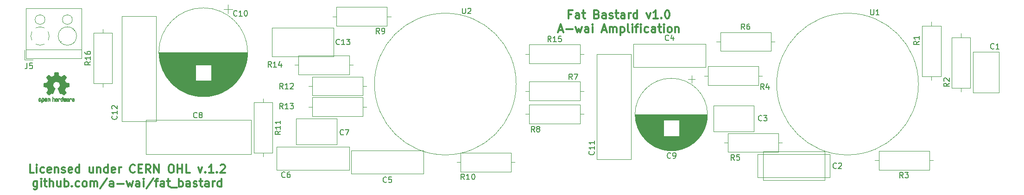
<source format=gto>
G04 #@! TF.GenerationSoftware,KiCad,Pcbnew,5.1.4+dfsg1-1*
G04 #@! TF.CreationDate,2019-10-02T13:31:48+02:00*
G04 #@! TF.ProjectId,fat_bastard_lead,6661745f-6261-4737-9461-72645f6c6561,rev?*
G04 #@! TF.SameCoordinates,Original*
G04 #@! TF.FileFunction,Legend,Top*
G04 #@! TF.FilePolarity,Positive*
%FSLAX46Y46*%
G04 Gerber Fmt 4.6, Leading zero omitted, Abs format (unit mm)*
G04 Created by KiCad (PCBNEW 5.1.4+dfsg1-1) date 2019-10-02 13:31:48*
%MOMM*%
%LPD*%
G04 APERTURE LIST*
%ADD10C,0.300000*%
%ADD11C,0.120000*%
%ADD12C,0.010000*%
%ADD13C,0.150000*%
G04 APERTURE END LIST*
D10*
X62176571Y-90741971D02*
X61462285Y-90741971D01*
X61462285Y-89241971D01*
X62676571Y-90741971D02*
X62676571Y-89741971D01*
X62676571Y-89241971D02*
X62605142Y-89313400D01*
X62676571Y-89384828D01*
X62748000Y-89313400D01*
X62676571Y-89241971D01*
X62676571Y-89384828D01*
X64033714Y-90670542D02*
X63890857Y-90741971D01*
X63605142Y-90741971D01*
X63462285Y-90670542D01*
X63390857Y-90599114D01*
X63319428Y-90456257D01*
X63319428Y-90027685D01*
X63390857Y-89884828D01*
X63462285Y-89813400D01*
X63605142Y-89741971D01*
X63890857Y-89741971D01*
X64033714Y-89813400D01*
X65248000Y-90670542D02*
X65105142Y-90741971D01*
X64819428Y-90741971D01*
X64676571Y-90670542D01*
X64605142Y-90527685D01*
X64605142Y-89956257D01*
X64676571Y-89813400D01*
X64819428Y-89741971D01*
X65105142Y-89741971D01*
X65248000Y-89813400D01*
X65319428Y-89956257D01*
X65319428Y-90099114D01*
X64605142Y-90241971D01*
X65962285Y-89741971D02*
X65962285Y-90741971D01*
X65962285Y-89884828D02*
X66033714Y-89813400D01*
X66176571Y-89741971D01*
X66390857Y-89741971D01*
X66533714Y-89813400D01*
X66605142Y-89956257D01*
X66605142Y-90741971D01*
X67248000Y-90670542D02*
X67390857Y-90741971D01*
X67676571Y-90741971D01*
X67819428Y-90670542D01*
X67890857Y-90527685D01*
X67890857Y-90456257D01*
X67819428Y-90313400D01*
X67676571Y-90241971D01*
X67462285Y-90241971D01*
X67319428Y-90170542D01*
X67248000Y-90027685D01*
X67248000Y-89956257D01*
X67319428Y-89813400D01*
X67462285Y-89741971D01*
X67676571Y-89741971D01*
X67819428Y-89813400D01*
X69105142Y-90670542D02*
X68962285Y-90741971D01*
X68676571Y-90741971D01*
X68533714Y-90670542D01*
X68462285Y-90527685D01*
X68462285Y-89956257D01*
X68533714Y-89813400D01*
X68676571Y-89741971D01*
X68962285Y-89741971D01*
X69105142Y-89813400D01*
X69176571Y-89956257D01*
X69176571Y-90099114D01*
X68462285Y-90241971D01*
X70462285Y-90741971D02*
X70462285Y-89241971D01*
X70462285Y-90670542D02*
X70319428Y-90741971D01*
X70033714Y-90741971D01*
X69890857Y-90670542D01*
X69819428Y-90599114D01*
X69748000Y-90456257D01*
X69748000Y-90027685D01*
X69819428Y-89884828D01*
X69890857Y-89813400D01*
X70033714Y-89741971D01*
X70319428Y-89741971D01*
X70462285Y-89813400D01*
X72962285Y-89741971D02*
X72962285Y-90741971D01*
X72319428Y-89741971D02*
X72319428Y-90527685D01*
X72390857Y-90670542D01*
X72533714Y-90741971D01*
X72748000Y-90741971D01*
X72890857Y-90670542D01*
X72962285Y-90599114D01*
X73676571Y-89741971D02*
X73676571Y-90741971D01*
X73676571Y-89884828D02*
X73748000Y-89813400D01*
X73890857Y-89741971D01*
X74105142Y-89741971D01*
X74248000Y-89813400D01*
X74319428Y-89956257D01*
X74319428Y-90741971D01*
X75676571Y-90741971D02*
X75676571Y-89241971D01*
X75676571Y-90670542D02*
X75533714Y-90741971D01*
X75248000Y-90741971D01*
X75105142Y-90670542D01*
X75033714Y-90599114D01*
X74962285Y-90456257D01*
X74962285Y-90027685D01*
X75033714Y-89884828D01*
X75105142Y-89813400D01*
X75248000Y-89741971D01*
X75533714Y-89741971D01*
X75676571Y-89813400D01*
X76962285Y-90670542D02*
X76819428Y-90741971D01*
X76533714Y-90741971D01*
X76390857Y-90670542D01*
X76319428Y-90527685D01*
X76319428Y-89956257D01*
X76390857Y-89813400D01*
X76533714Y-89741971D01*
X76819428Y-89741971D01*
X76962285Y-89813400D01*
X77033714Y-89956257D01*
X77033714Y-90099114D01*
X76319428Y-90241971D01*
X77676571Y-90741971D02*
X77676571Y-89741971D01*
X77676571Y-90027685D02*
X77748000Y-89884828D01*
X77819428Y-89813400D01*
X77962285Y-89741971D01*
X78105142Y-89741971D01*
X80605142Y-90599114D02*
X80533714Y-90670542D01*
X80319428Y-90741971D01*
X80176571Y-90741971D01*
X79962285Y-90670542D01*
X79819428Y-90527685D01*
X79748000Y-90384828D01*
X79676571Y-90099114D01*
X79676571Y-89884828D01*
X79748000Y-89599114D01*
X79819428Y-89456257D01*
X79962285Y-89313400D01*
X80176571Y-89241971D01*
X80319428Y-89241971D01*
X80533714Y-89313400D01*
X80605142Y-89384828D01*
X81248000Y-89956257D02*
X81748000Y-89956257D01*
X81962285Y-90741971D02*
X81248000Y-90741971D01*
X81248000Y-89241971D01*
X81962285Y-89241971D01*
X83462285Y-90741971D02*
X82962285Y-90027685D01*
X82605142Y-90741971D02*
X82605142Y-89241971D01*
X83176571Y-89241971D01*
X83319428Y-89313400D01*
X83390857Y-89384828D01*
X83462285Y-89527685D01*
X83462285Y-89741971D01*
X83390857Y-89884828D01*
X83319428Y-89956257D01*
X83176571Y-90027685D01*
X82605142Y-90027685D01*
X84105142Y-90741971D02*
X84105142Y-89241971D01*
X84962285Y-90741971D01*
X84962285Y-89241971D01*
X87105142Y-89241971D02*
X87390857Y-89241971D01*
X87533714Y-89313400D01*
X87676571Y-89456257D01*
X87748000Y-89741971D01*
X87748000Y-90241971D01*
X87676571Y-90527685D01*
X87533714Y-90670542D01*
X87390857Y-90741971D01*
X87105142Y-90741971D01*
X86962285Y-90670542D01*
X86819428Y-90527685D01*
X86748000Y-90241971D01*
X86748000Y-89741971D01*
X86819428Y-89456257D01*
X86962285Y-89313400D01*
X87105142Y-89241971D01*
X88390857Y-90741971D02*
X88390857Y-89241971D01*
X88390857Y-89956257D02*
X89248000Y-89956257D01*
X89248000Y-90741971D02*
X89248000Y-89241971D01*
X90676571Y-90741971D02*
X89962285Y-90741971D01*
X89962285Y-89241971D01*
X92176571Y-89741971D02*
X92533714Y-90741971D01*
X92890857Y-89741971D01*
X93462285Y-90599114D02*
X93533714Y-90670542D01*
X93462285Y-90741971D01*
X93390857Y-90670542D01*
X93462285Y-90599114D01*
X93462285Y-90741971D01*
X94962285Y-90741971D02*
X94105142Y-90741971D01*
X94533714Y-90741971D02*
X94533714Y-89241971D01*
X94390857Y-89456257D01*
X94248000Y-89599114D01*
X94105142Y-89670542D01*
X95605142Y-90599114D02*
X95676571Y-90670542D01*
X95605142Y-90741971D01*
X95533714Y-90670542D01*
X95605142Y-90599114D01*
X95605142Y-90741971D01*
X96248000Y-89384828D02*
X96319428Y-89313400D01*
X96462285Y-89241971D01*
X96819428Y-89241971D01*
X96962285Y-89313400D01*
X97033714Y-89384828D01*
X97105142Y-89527685D01*
X97105142Y-89670542D01*
X97033714Y-89884828D01*
X96176571Y-90741971D01*
X97105142Y-90741971D01*
X62748000Y-92291971D02*
X62748000Y-93506257D01*
X62676571Y-93649114D01*
X62605142Y-93720542D01*
X62462285Y-93791971D01*
X62248000Y-93791971D01*
X62105142Y-93720542D01*
X62748000Y-93220542D02*
X62605142Y-93291971D01*
X62319428Y-93291971D01*
X62176571Y-93220542D01*
X62105142Y-93149114D01*
X62033714Y-93006257D01*
X62033714Y-92577685D01*
X62105142Y-92434828D01*
X62176571Y-92363400D01*
X62319428Y-92291971D01*
X62605142Y-92291971D01*
X62748000Y-92363400D01*
X63462285Y-93291971D02*
X63462285Y-92291971D01*
X63462285Y-91791971D02*
X63390857Y-91863400D01*
X63462285Y-91934828D01*
X63533714Y-91863400D01*
X63462285Y-91791971D01*
X63462285Y-91934828D01*
X63962285Y-92291971D02*
X64533714Y-92291971D01*
X64176571Y-91791971D02*
X64176571Y-93077685D01*
X64248000Y-93220542D01*
X64390857Y-93291971D01*
X64533714Y-93291971D01*
X65033714Y-93291971D02*
X65033714Y-91791971D01*
X65676571Y-93291971D02*
X65676571Y-92506257D01*
X65605142Y-92363400D01*
X65462285Y-92291971D01*
X65248000Y-92291971D01*
X65105142Y-92363400D01*
X65033714Y-92434828D01*
X67033714Y-92291971D02*
X67033714Y-93291971D01*
X66390857Y-92291971D02*
X66390857Y-93077685D01*
X66462285Y-93220542D01*
X66605142Y-93291971D01*
X66819428Y-93291971D01*
X66962285Y-93220542D01*
X67033714Y-93149114D01*
X67748000Y-93291971D02*
X67748000Y-91791971D01*
X67748000Y-92363400D02*
X67890857Y-92291971D01*
X68176571Y-92291971D01*
X68319428Y-92363400D01*
X68390857Y-92434828D01*
X68462285Y-92577685D01*
X68462285Y-93006257D01*
X68390857Y-93149114D01*
X68319428Y-93220542D01*
X68176571Y-93291971D01*
X67890857Y-93291971D01*
X67748000Y-93220542D01*
X69105142Y-93149114D02*
X69176571Y-93220542D01*
X69105142Y-93291971D01*
X69033714Y-93220542D01*
X69105142Y-93149114D01*
X69105142Y-93291971D01*
X70462285Y-93220542D02*
X70319428Y-93291971D01*
X70033714Y-93291971D01*
X69890857Y-93220542D01*
X69819428Y-93149114D01*
X69748000Y-93006257D01*
X69748000Y-92577685D01*
X69819428Y-92434828D01*
X69890857Y-92363400D01*
X70033714Y-92291971D01*
X70319428Y-92291971D01*
X70462285Y-92363400D01*
X71319428Y-93291971D02*
X71176571Y-93220542D01*
X71105142Y-93149114D01*
X71033714Y-93006257D01*
X71033714Y-92577685D01*
X71105142Y-92434828D01*
X71176571Y-92363400D01*
X71319428Y-92291971D01*
X71533714Y-92291971D01*
X71676571Y-92363400D01*
X71748000Y-92434828D01*
X71819428Y-92577685D01*
X71819428Y-93006257D01*
X71748000Y-93149114D01*
X71676571Y-93220542D01*
X71533714Y-93291971D01*
X71319428Y-93291971D01*
X72462285Y-93291971D02*
X72462285Y-92291971D01*
X72462285Y-92434828D02*
X72533714Y-92363400D01*
X72676571Y-92291971D01*
X72890857Y-92291971D01*
X73033714Y-92363400D01*
X73105142Y-92506257D01*
X73105142Y-93291971D01*
X73105142Y-92506257D02*
X73176571Y-92363400D01*
X73319428Y-92291971D01*
X73533714Y-92291971D01*
X73676571Y-92363400D01*
X73748000Y-92506257D01*
X73748000Y-93291971D01*
X75533714Y-91720542D02*
X74248000Y-93649114D01*
X76676571Y-93291971D02*
X76676571Y-92506257D01*
X76605142Y-92363400D01*
X76462285Y-92291971D01*
X76176571Y-92291971D01*
X76033714Y-92363400D01*
X76676571Y-93220542D02*
X76533714Y-93291971D01*
X76176571Y-93291971D01*
X76033714Y-93220542D01*
X75962285Y-93077685D01*
X75962285Y-92934828D01*
X76033714Y-92791971D01*
X76176571Y-92720542D01*
X76533714Y-92720542D01*
X76676571Y-92649114D01*
X77390857Y-92720542D02*
X78533714Y-92720542D01*
X79105142Y-92291971D02*
X79390857Y-93291971D01*
X79676571Y-92577685D01*
X79962285Y-93291971D01*
X80248000Y-92291971D01*
X81462285Y-93291971D02*
X81462285Y-92506257D01*
X81390857Y-92363400D01*
X81248000Y-92291971D01*
X80962285Y-92291971D01*
X80819428Y-92363400D01*
X81462285Y-93220542D02*
X81319428Y-93291971D01*
X80962285Y-93291971D01*
X80819428Y-93220542D01*
X80748000Y-93077685D01*
X80748000Y-92934828D01*
X80819428Y-92791971D01*
X80962285Y-92720542D01*
X81319428Y-92720542D01*
X81462285Y-92649114D01*
X82176571Y-93291971D02*
X82176571Y-92291971D01*
X82176571Y-91791971D02*
X82105142Y-91863400D01*
X82176571Y-91934828D01*
X82248000Y-91863400D01*
X82176571Y-91791971D01*
X82176571Y-91934828D01*
X83962285Y-91720542D02*
X82676571Y-93649114D01*
X84248000Y-92291971D02*
X84819428Y-92291971D01*
X84462285Y-93291971D02*
X84462285Y-92006257D01*
X84533714Y-91863400D01*
X84676571Y-91791971D01*
X84819428Y-91791971D01*
X85962285Y-93291971D02*
X85962285Y-92506257D01*
X85890857Y-92363400D01*
X85748000Y-92291971D01*
X85462285Y-92291971D01*
X85319428Y-92363400D01*
X85962285Y-93220542D02*
X85819428Y-93291971D01*
X85462285Y-93291971D01*
X85319428Y-93220542D01*
X85248000Y-93077685D01*
X85248000Y-92934828D01*
X85319428Y-92791971D01*
X85462285Y-92720542D01*
X85819428Y-92720542D01*
X85962285Y-92649114D01*
X86462285Y-92291971D02*
X87033714Y-92291971D01*
X86676571Y-91791971D02*
X86676571Y-93077685D01*
X86748000Y-93220542D01*
X86890857Y-93291971D01*
X87033714Y-93291971D01*
X87176571Y-93434828D02*
X88319428Y-93434828D01*
X88676571Y-93291971D02*
X88676571Y-91791971D01*
X88676571Y-92363400D02*
X88819428Y-92291971D01*
X89105142Y-92291971D01*
X89248000Y-92363400D01*
X89319428Y-92434828D01*
X89390857Y-92577685D01*
X89390857Y-93006257D01*
X89319428Y-93149114D01*
X89248000Y-93220542D01*
X89105142Y-93291971D01*
X88819428Y-93291971D01*
X88676571Y-93220542D01*
X90676571Y-93291971D02*
X90676571Y-92506257D01*
X90605142Y-92363400D01*
X90462285Y-92291971D01*
X90176571Y-92291971D01*
X90033714Y-92363400D01*
X90676571Y-93220542D02*
X90533714Y-93291971D01*
X90176571Y-93291971D01*
X90033714Y-93220542D01*
X89962285Y-93077685D01*
X89962285Y-92934828D01*
X90033714Y-92791971D01*
X90176571Y-92720542D01*
X90533714Y-92720542D01*
X90676571Y-92649114D01*
X91319428Y-93220542D02*
X91462285Y-93291971D01*
X91748000Y-93291971D01*
X91890857Y-93220542D01*
X91962285Y-93077685D01*
X91962285Y-93006257D01*
X91890857Y-92863400D01*
X91748000Y-92791971D01*
X91533714Y-92791971D01*
X91390857Y-92720542D01*
X91319428Y-92577685D01*
X91319428Y-92506257D01*
X91390857Y-92363400D01*
X91533714Y-92291971D01*
X91748000Y-92291971D01*
X91890857Y-92363400D01*
X92390857Y-92291971D02*
X92962285Y-92291971D01*
X92605142Y-91791971D02*
X92605142Y-93077685D01*
X92676571Y-93220542D01*
X92819428Y-93291971D01*
X92962285Y-93291971D01*
X94105142Y-93291971D02*
X94105142Y-92506257D01*
X94033714Y-92363400D01*
X93890857Y-92291971D01*
X93605142Y-92291971D01*
X93462285Y-92363400D01*
X94105142Y-93220542D02*
X93962285Y-93291971D01*
X93605142Y-93291971D01*
X93462285Y-93220542D01*
X93390857Y-93077685D01*
X93390857Y-92934828D01*
X93462285Y-92791971D01*
X93605142Y-92720542D01*
X93962285Y-92720542D01*
X94105142Y-92649114D01*
X94819428Y-93291971D02*
X94819428Y-92291971D01*
X94819428Y-92577685D02*
X94890857Y-92434828D01*
X94962285Y-92363400D01*
X95105142Y-92291971D01*
X95248000Y-92291971D01*
X96390857Y-93291971D02*
X96390857Y-91791971D01*
X96390857Y-93220542D02*
X96248000Y-93291971D01*
X95962285Y-93291971D01*
X95819428Y-93220542D01*
X95748000Y-93149114D01*
X95676571Y-93006257D01*
X95676571Y-92577685D01*
X95748000Y-92434828D01*
X95819428Y-92363400D01*
X95962285Y-92291971D01*
X96248000Y-92291971D01*
X96390857Y-92363400D01*
X160383828Y-61736857D02*
X159883828Y-61736857D01*
X159883828Y-62522571D02*
X159883828Y-61022571D01*
X160598114Y-61022571D01*
X161812400Y-62522571D02*
X161812400Y-61736857D01*
X161740971Y-61594000D01*
X161598114Y-61522571D01*
X161312400Y-61522571D01*
X161169542Y-61594000D01*
X161812400Y-62451142D02*
X161669542Y-62522571D01*
X161312400Y-62522571D01*
X161169542Y-62451142D01*
X161098114Y-62308285D01*
X161098114Y-62165428D01*
X161169542Y-62022571D01*
X161312400Y-61951142D01*
X161669542Y-61951142D01*
X161812400Y-61879714D01*
X162312400Y-61522571D02*
X162883828Y-61522571D01*
X162526685Y-61022571D02*
X162526685Y-62308285D01*
X162598114Y-62451142D01*
X162740971Y-62522571D01*
X162883828Y-62522571D01*
X165026685Y-61736857D02*
X165240971Y-61808285D01*
X165312400Y-61879714D01*
X165383828Y-62022571D01*
X165383828Y-62236857D01*
X165312400Y-62379714D01*
X165240971Y-62451142D01*
X165098114Y-62522571D01*
X164526685Y-62522571D01*
X164526685Y-61022571D01*
X165026685Y-61022571D01*
X165169542Y-61094000D01*
X165240971Y-61165428D01*
X165312400Y-61308285D01*
X165312400Y-61451142D01*
X165240971Y-61594000D01*
X165169542Y-61665428D01*
X165026685Y-61736857D01*
X164526685Y-61736857D01*
X166669542Y-62522571D02*
X166669542Y-61736857D01*
X166598114Y-61594000D01*
X166455257Y-61522571D01*
X166169542Y-61522571D01*
X166026685Y-61594000D01*
X166669542Y-62451142D02*
X166526685Y-62522571D01*
X166169542Y-62522571D01*
X166026685Y-62451142D01*
X165955257Y-62308285D01*
X165955257Y-62165428D01*
X166026685Y-62022571D01*
X166169542Y-61951142D01*
X166526685Y-61951142D01*
X166669542Y-61879714D01*
X167312400Y-62451142D02*
X167455257Y-62522571D01*
X167740971Y-62522571D01*
X167883828Y-62451142D01*
X167955257Y-62308285D01*
X167955257Y-62236857D01*
X167883828Y-62094000D01*
X167740971Y-62022571D01*
X167526685Y-62022571D01*
X167383828Y-61951142D01*
X167312400Y-61808285D01*
X167312400Y-61736857D01*
X167383828Y-61594000D01*
X167526685Y-61522571D01*
X167740971Y-61522571D01*
X167883828Y-61594000D01*
X168383828Y-61522571D02*
X168955257Y-61522571D01*
X168598114Y-61022571D02*
X168598114Y-62308285D01*
X168669542Y-62451142D01*
X168812400Y-62522571D01*
X168955257Y-62522571D01*
X170098114Y-62522571D02*
X170098114Y-61736857D01*
X170026685Y-61594000D01*
X169883828Y-61522571D01*
X169598114Y-61522571D01*
X169455257Y-61594000D01*
X170098114Y-62451142D02*
X169955257Y-62522571D01*
X169598114Y-62522571D01*
X169455257Y-62451142D01*
X169383828Y-62308285D01*
X169383828Y-62165428D01*
X169455257Y-62022571D01*
X169598114Y-61951142D01*
X169955257Y-61951142D01*
X170098114Y-61879714D01*
X170812400Y-62522571D02*
X170812400Y-61522571D01*
X170812400Y-61808285D02*
X170883828Y-61665428D01*
X170955257Y-61594000D01*
X171098114Y-61522571D01*
X171240971Y-61522571D01*
X172383828Y-62522571D02*
X172383828Y-61022571D01*
X172383828Y-62451142D02*
X172240971Y-62522571D01*
X171955257Y-62522571D01*
X171812400Y-62451142D01*
X171740971Y-62379714D01*
X171669542Y-62236857D01*
X171669542Y-61808285D01*
X171740971Y-61665428D01*
X171812400Y-61594000D01*
X171955257Y-61522571D01*
X172240971Y-61522571D01*
X172383828Y-61594000D01*
X174098114Y-61522571D02*
X174455257Y-62522571D01*
X174812400Y-61522571D01*
X176169542Y-62522571D02*
X175312399Y-62522571D01*
X175740971Y-62522571D02*
X175740971Y-61022571D01*
X175598114Y-61236857D01*
X175455257Y-61379714D01*
X175312399Y-61451142D01*
X176812400Y-62379714D02*
X176883828Y-62451142D01*
X176812400Y-62522571D01*
X176740971Y-62451142D01*
X176812400Y-62379714D01*
X176812400Y-62522571D01*
X177812399Y-61022571D02*
X177955257Y-61022571D01*
X178098114Y-61094000D01*
X178169542Y-61165428D01*
X178240971Y-61308285D01*
X178312399Y-61594000D01*
X178312399Y-61951142D01*
X178240971Y-62236857D01*
X178169542Y-62379714D01*
X178098114Y-62451142D01*
X177955257Y-62522571D01*
X177812399Y-62522571D01*
X177669542Y-62451142D01*
X177598114Y-62379714D01*
X177526685Y-62236857D01*
X177455257Y-61951142D01*
X177455257Y-61594000D01*
X177526685Y-61308285D01*
X177598114Y-61165428D01*
X177669542Y-61094000D01*
X177812399Y-61022571D01*
X158062400Y-64644000D02*
X158776685Y-64644000D01*
X157919542Y-65072571D02*
X158419542Y-63572571D01*
X158919542Y-65072571D01*
X159419542Y-64501142D02*
X160562400Y-64501142D01*
X161133828Y-64072571D02*
X161419542Y-65072571D01*
X161705257Y-64358285D01*
X161990971Y-65072571D01*
X162276685Y-64072571D01*
X163490971Y-65072571D02*
X163490971Y-64286857D01*
X163419542Y-64144000D01*
X163276685Y-64072571D01*
X162990971Y-64072571D01*
X162848114Y-64144000D01*
X163490971Y-65001142D02*
X163348114Y-65072571D01*
X162990971Y-65072571D01*
X162848114Y-65001142D01*
X162776685Y-64858285D01*
X162776685Y-64715428D01*
X162848114Y-64572571D01*
X162990971Y-64501142D01*
X163348114Y-64501142D01*
X163490971Y-64429714D01*
X164205257Y-65072571D02*
X164205257Y-64072571D01*
X164205257Y-63572571D02*
X164133828Y-63644000D01*
X164205257Y-63715428D01*
X164276685Y-63644000D01*
X164205257Y-63572571D01*
X164205257Y-63715428D01*
X165990971Y-64644000D02*
X166705257Y-64644000D01*
X165848114Y-65072571D02*
X166348114Y-63572571D01*
X166848114Y-65072571D01*
X167348114Y-65072571D02*
X167348114Y-64072571D01*
X167348114Y-64215428D02*
X167419542Y-64144000D01*
X167562400Y-64072571D01*
X167776685Y-64072571D01*
X167919542Y-64144000D01*
X167990971Y-64286857D01*
X167990971Y-65072571D01*
X167990971Y-64286857D02*
X168062400Y-64144000D01*
X168205257Y-64072571D01*
X168419542Y-64072571D01*
X168562400Y-64144000D01*
X168633828Y-64286857D01*
X168633828Y-65072571D01*
X169348114Y-64072571D02*
X169348114Y-65572571D01*
X169348114Y-64144000D02*
X169490971Y-64072571D01*
X169776685Y-64072571D01*
X169919542Y-64144000D01*
X169990971Y-64215428D01*
X170062400Y-64358285D01*
X170062400Y-64786857D01*
X169990971Y-64929714D01*
X169919542Y-65001142D01*
X169776685Y-65072571D01*
X169490971Y-65072571D01*
X169348114Y-65001142D01*
X170919542Y-65072571D02*
X170776685Y-65001142D01*
X170705257Y-64858285D01*
X170705257Y-63572571D01*
X171490971Y-65072571D02*
X171490971Y-64072571D01*
X171490971Y-63572571D02*
X171419542Y-63644000D01*
X171490971Y-63715428D01*
X171562400Y-63644000D01*
X171490971Y-63572571D01*
X171490971Y-63715428D01*
X171990971Y-64072571D02*
X172562400Y-64072571D01*
X172205257Y-65072571D02*
X172205257Y-63786857D01*
X172276685Y-63644000D01*
X172419542Y-63572571D01*
X172562400Y-63572571D01*
X173062400Y-65072571D02*
X173062400Y-64072571D01*
X173062400Y-63572571D02*
X172990971Y-63644000D01*
X173062400Y-63715428D01*
X173133828Y-63644000D01*
X173062400Y-63572571D01*
X173062400Y-63715428D01*
X174419542Y-65001142D02*
X174276685Y-65072571D01*
X173990971Y-65072571D01*
X173848114Y-65001142D01*
X173776685Y-64929714D01*
X173705257Y-64786857D01*
X173705257Y-64358285D01*
X173776685Y-64215428D01*
X173848114Y-64144000D01*
X173990971Y-64072571D01*
X174276685Y-64072571D01*
X174419542Y-64144000D01*
X175705257Y-65072571D02*
X175705257Y-64286857D01*
X175633828Y-64144000D01*
X175490971Y-64072571D01*
X175205257Y-64072571D01*
X175062400Y-64144000D01*
X175705257Y-65001142D02*
X175562400Y-65072571D01*
X175205257Y-65072571D01*
X175062400Y-65001142D01*
X174990971Y-64858285D01*
X174990971Y-64715428D01*
X175062400Y-64572571D01*
X175205257Y-64501142D01*
X175562400Y-64501142D01*
X175705257Y-64429714D01*
X176205257Y-64072571D02*
X176776685Y-64072571D01*
X176419542Y-63572571D02*
X176419542Y-64858285D01*
X176490971Y-65001142D01*
X176633828Y-65072571D01*
X176776685Y-65072571D01*
X177276685Y-65072571D02*
X177276685Y-64072571D01*
X177276685Y-63572571D02*
X177205257Y-63644000D01*
X177276685Y-63715428D01*
X177348114Y-63644000D01*
X177276685Y-63572571D01*
X177276685Y-63715428D01*
X178205257Y-65072571D02*
X178062400Y-65001142D01*
X177990971Y-64929714D01*
X177919542Y-64786857D01*
X177919542Y-64358285D01*
X177990971Y-64215428D01*
X178062400Y-64144000D01*
X178205257Y-64072571D01*
X178419542Y-64072571D01*
X178562400Y-64144000D01*
X178633828Y-64215428D01*
X178705257Y-64358285D01*
X178705257Y-64786857D01*
X178633828Y-64929714D01*
X178562400Y-65001142D01*
X178419542Y-65072571D01*
X178205257Y-65072571D01*
X179348114Y-64072571D02*
X179348114Y-65072571D01*
X179348114Y-64215428D02*
X179419542Y-64144000D01*
X179562400Y-64072571D01*
X179776685Y-64072571D01*
X179919542Y-64144000D01*
X179990971Y-64286857D01*
X179990971Y-65072571D01*
D11*
X116908200Y-64207400D02*
X116908200Y-69447400D01*
X105668200Y-64207400D02*
X105668200Y-69447400D01*
X105668200Y-69447400D02*
X116908200Y-69447400D01*
X105668200Y-64207400D02*
X116908200Y-64207400D01*
X223780000Y-74510000D02*
G75*
G03X223780000Y-74510000I-12950000J0D01*
G01*
X150280000Y-74510000D02*
G75*
G03X150280000Y-74510000I-12950000J0D01*
G01*
X224441600Y-73098400D02*
X227881600Y-73098400D01*
X227881600Y-73098400D02*
X227881600Y-63858400D01*
X227881600Y-63858400D02*
X224441600Y-63858400D01*
X224441600Y-63858400D02*
X224441600Y-73098400D01*
X226161600Y-73788400D02*
X226161600Y-73098400D01*
X226161600Y-63168400D02*
X226161600Y-63858400D01*
X231546400Y-75896600D02*
X231546400Y-75206600D01*
X231546400Y-65276600D02*
X231546400Y-65966600D01*
X233266400Y-75206600D02*
X233266400Y-65966600D01*
X229826400Y-75206600D02*
X233266400Y-75206600D01*
X229826400Y-65966600D02*
X229826400Y-75206600D01*
X233266400Y-65966600D02*
X229826400Y-65966600D01*
X215847800Y-88468200D02*
X216537800Y-88468200D01*
X226467800Y-88468200D02*
X225777800Y-88468200D01*
X216537800Y-90188200D02*
X225777800Y-90188200D01*
X216537800Y-86748200D02*
X216537800Y-90188200D01*
X225777800Y-86748200D02*
X216537800Y-86748200D01*
X225777800Y-90188200D02*
X225777800Y-86748200D01*
X184631200Y-72999600D02*
X185321200Y-72999600D01*
X195251200Y-72999600D02*
X194561200Y-72999600D01*
X185321200Y-74719600D02*
X194561200Y-74719600D01*
X185321200Y-71279600D02*
X185321200Y-74719600D01*
X194561200Y-71279600D02*
X185321200Y-71279600D01*
X194561200Y-74719600D02*
X194561200Y-71279600D01*
X188288800Y-85217000D02*
X188978800Y-85217000D01*
X198908800Y-85217000D02*
X198218800Y-85217000D01*
X188978800Y-86937000D02*
X198218800Y-86937000D01*
X188978800Y-83497000D02*
X188978800Y-86937000D01*
X198218800Y-83497000D02*
X188978800Y-83497000D01*
X198218800Y-86937000D02*
X198218800Y-83497000D01*
X187581800Y-65056600D02*
X187581800Y-68496600D01*
X187581800Y-68496600D02*
X196821800Y-68496600D01*
X196821800Y-68496600D02*
X196821800Y-65056600D01*
X196821800Y-65056600D02*
X187581800Y-65056600D01*
X186891800Y-66776600D02*
X187581800Y-66776600D01*
X197511800Y-66776600D02*
X196821800Y-66776600D01*
X151992200Y-75793600D02*
X152682200Y-75793600D01*
X162612200Y-75793600D02*
X161922200Y-75793600D01*
X152682200Y-77513600D02*
X161922200Y-77513600D01*
X152682200Y-74073600D02*
X152682200Y-77513600D01*
X161922200Y-74073600D02*
X152682200Y-74073600D01*
X161922200Y-77513600D02*
X161922200Y-74073600D01*
X162612200Y-80010000D02*
X161922200Y-80010000D01*
X151992200Y-80010000D02*
X152682200Y-80010000D01*
X161922200Y-78290000D02*
X152682200Y-78290000D01*
X161922200Y-81730000D02*
X161922200Y-78290000D01*
X152682200Y-81730000D02*
X161922200Y-81730000D01*
X152682200Y-78290000D02*
X152682200Y-81730000D01*
X126692400Y-63873800D02*
X126692400Y-60433800D01*
X126692400Y-60433800D02*
X117452400Y-60433800D01*
X117452400Y-60433800D02*
X117452400Y-63873800D01*
X117452400Y-63873800D02*
X126692400Y-63873800D01*
X127382400Y-62153800D02*
X126692400Y-62153800D01*
X116762400Y-62153800D02*
X117452400Y-62153800D01*
X140109200Y-87078400D02*
X140109200Y-90518400D01*
X140109200Y-90518400D02*
X149349200Y-90518400D01*
X149349200Y-90518400D02*
X149349200Y-87078400D01*
X149349200Y-87078400D02*
X140109200Y-87078400D01*
X139419200Y-88798400D02*
X140109200Y-88798400D01*
X150039200Y-88798400D02*
X149349200Y-88798400D01*
X105758400Y-77853800D02*
X102318400Y-77853800D01*
X102318400Y-77853800D02*
X102318400Y-87093800D01*
X102318400Y-87093800D02*
X105758400Y-87093800D01*
X105758400Y-87093800D02*
X105758400Y-77853800D01*
X104038400Y-77163800D02*
X104038400Y-77853800D01*
X104038400Y-87783800D02*
X104038400Y-87093800D01*
X112342800Y-74904600D02*
X113032800Y-74904600D01*
X122962800Y-74904600D02*
X122272800Y-74904600D01*
X113032800Y-76624600D02*
X122272800Y-76624600D01*
X113032800Y-73184600D02*
X113032800Y-76624600D01*
X122272800Y-73184600D02*
X113032800Y-73184600D01*
X122272800Y-76624600D02*
X122272800Y-73184600D01*
X122247400Y-80409200D02*
X122247400Y-76969200D01*
X122247400Y-76969200D02*
X113007400Y-76969200D01*
X113007400Y-76969200D02*
X113007400Y-80409200D01*
X113007400Y-80409200D02*
X122247400Y-80409200D01*
X122937400Y-78689200D02*
X122247400Y-78689200D01*
X112317400Y-78689200D02*
X113007400Y-78689200D01*
X110518200Y-69298400D02*
X110518200Y-72738400D01*
X110518200Y-72738400D02*
X119758200Y-72738400D01*
X119758200Y-72738400D02*
X119758200Y-69298400D01*
X119758200Y-69298400D02*
X110518200Y-69298400D01*
X109828200Y-71018400D02*
X110518200Y-71018400D01*
X120448200Y-71018400D02*
X119758200Y-71018400D01*
X162612200Y-69037200D02*
X161922200Y-69037200D01*
X151992200Y-69037200D02*
X152682200Y-69037200D01*
X161922200Y-67317200D02*
X152682200Y-67317200D01*
X161922200Y-70757200D02*
X161922200Y-67317200D01*
X152682200Y-70757200D02*
X161922200Y-70757200D01*
X152682200Y-67317200D02*
X152682200Y-70757200D01*
X73032200Y-74393800D02*
X76472200Y-74393800D01*
X76472200Y-74393800D02*
X76472200Y-65153800D01*
X76472200Y-65153800D02*
X73032200Y-65153800D01*
X73032200Y-65153800D02*
X73032200Y-74393800D01*
X74752200Y-75083800D02*
X74752200Y-74393800D01*
X74752200Y-64463800D02*
X74752200Y-65153800D01*
X60471400Y-70035200D02*
X61971400Y-70035200D01*
X60471400Y-68295200D02*
X60471400Y-70035200D01*
X67091400Y-66711200D02*
X66997400Y-66804200D01*
X69341400Y-64460200D02*
X69282400Y-64519200D01*
X67261400Y-66951200D02*
X67202400Y-67009200D01*
X69546400Y-64666200D02*
X69452400Y-64759200D01*
X70831400Y-60675200D02*
X70831400Y-69795200D01*
X60711400Y-60675200D02*
X60711400Y-69795200D01*
X60711400Y-69795200D02*
X70831400Y-69795200D01*
X60711400Y-60675200D02*
X70831400Y-60675200D01*
X60711400Y-68235200D02*
X70831400Y-68235200D01*
X69171400Y-62735200D02*
G75*
G03X69171400Y-62735200I-900000J0D01*
G01*
X69951400Y-65735200D02*
G75*
G03X69951400Y-65735200I-1680000J0D01*
G01*
X64171400Y-62735200D02*
G75*
G03X64171400Y-62735200I-900000J0D01*
G01*
X63300783Y-67415650D02*
G75*
G02X62482400Y-67219200I-29383J1680450D01*
G01*
X61787447Y-66524288D02*
G75*
G02X61787400Y-64946200I1483953J789088D01*
G01*
X62482312Y-64251247D02*
G75*
G02X64060400Y-64251200I789088J-1483953D01*
G01*
X64755353Y-64946112D02*
G75*
G02X64755400Y-66524200I-1483953J-789088D01*
G01*
X64060112Y-67218552D02*
G75*
G02X63271400Y-67415200I-788712J1483352D01*
G01*
X233748400Y-76048400D02*
X233748400Y-68608400D01*
X238488400Y-76048400D02*
X238488400Y-68608400D01*
X233748400Y-76048400D02*
X238488400Y-76048400D01*
X233748400Y-68608400D02*
X238488400Y-68608400D01*
X186308200Y-78427400D02*
X193748200Y-78427400D01*
X186308200Y-83167400D02*
X193748200Y-83167400D01*
X186308200Y-78427400D02*
X186308200Y-83167400D01*
X193748200Y-78427400D02*
X193748200Y-83167400D01*
X117497400Y-80789600D02*
X117497400Y-85529600D01*
X110057400Y-80789600D02*
X110057400Y-85529600D01*
X110057400Y-85529600D02*
X117497400Y-85529600D01*
X110057400Y-80789600D02*
X117497400Y-80789600D01*
X184924200Y-67222000D02*
X184924200Y-71462000D01*
X171684200Y-67222000D02*
X171684200Y-71462000D01*
X171684200Y-71462000D02*
X184924200Y-71462000D01*
X171684200Y-67222000D02*
X184924200Y-67222000D01*
X106533200Y-86018000D02*
X119773200Y-86018000D01*
X106533200Y-90258000D02*
X119773200Y-90258000D01*
X106533200Y-86018000D02*
X106533200Y-90258000D01*
X119773200Y-86018000D02*
X119773200Y-90258000D01*
X82589000Y-81106400D02*
X101829000Y-81106400D01*
X82589000Y-87346400D02*
X101829000Y-87346400D01*
X82589000Y-81106400D02*
X82589000Y-87346400D01*
X101829000Y-81106400D02*
X101829000Y-87346400D01*
X185232800Y-80071600D02*
G75*
G03X185232800Y-80071600I-6620000J0D01*
G01*
X185192800Y-80071600D02*
X172032800Y-80071600D01*
X185192800Y-80111600D02*
X172032800Y-80111600D01*
X185192800Y-80151600D02*
X172032800Y-80151600D01*
X185191800Y-80191600D02*
X172033800Y-80191600D01*
X185191800Y-80231600D02*
X172033800Y-80231600D01*
X185189800Y-80271600D02*
X172035800Y-80271600D01*
X185188800Y-80311600D02*
X172036800Y-80311600D01*
X185187800Y-80351600D02*
X172037800Y-80351600D01*
X185185800Y-80391600D02*
X172039800Y-80391600D01*
X185183800Y-80431600D02*
X172041800Y-80431600D01*
X185180800Y-80471600D02*
X172044800Y-80471600D01*
X185178800Y-80511600D02*
X172046800Y-80511600D01*
X185175800Y-80551600D02*
X172049800Y-80551600D01*
X185172800Y-80591600D02*
X172052800Y-80591600D01*
X185169800Y-80631600D02*
X172055800Y-80631600D01*
X185165800Y-80671600D02*
X172059800Y-80671600D01*
X185161800Y-80711600D02*
X172063800Y-80711600D01*
X185157800Y-80751600D02*
X172067800Y-80751600D01*
X185153800Y-80792600D02*
X172071800Y-80792600D01*
X185149800Y-80832600D02*
X172075800Y-80832600D01*
X185144800Y-80872600D02*
X172080800Y-80872600D01*
X185139800Y-80912600D02*
X172085800Y-80912600D01*
X185134800Y-80952600D02*
X172090800Y-80952600D01*
X185128800Y-80992600D02*
X172096800Y-80992600D01*
X185123800Y-81032600D02*
X172101800Y-81032600D01*
X185117800Y-81072600D02*
X172107800Y-81072600D01*
X185110800Y-81112600D02*
X172114800Y-81112600D01*
X185104800Y-81152600D02*
X180052800Y-81152600D01*
X177172800Y-81152600D02*
X172120800Y-81152600D01*
X185097800Y-81192600D02*
X180052800Y-81192600D01*
X177172800Y-81192600D02*
X172127800Y-81192600D01*
X185090800Y-81232600D02*
X180052800Y-81232600D01*
X177172800Y-81232600D02*
X172134800Y-81232600D01*
X185083800Y-81272600D02*
X180052800Y-81272600D01*
X177172800Y-81272600D02*
X172141800Y-81272600D01*
X185075800Y-81312600D02*
X180052800Y-81312600D01*
X177172800Y-81312600D02*
X172149800Y-81312600D01*
X185068800Y-81352600D02*
X180052800Y-81352600D01*
X177172800Y-81352600D02*
X172156800Y-81352600D01*
X185060800Y-81392600D02*
X180052800Y-81392600D01*
X177172800Y-81392600D02*
X172164800Y-81392600D01*
X185051800Y-81432600D02*
X180052800Y-81432600D01*
X177172800Y-81432600D02*
X172173800Y-81432600D01*
X185043800Y-81472600D02*
X180052800Y-81472600D01*
X177172800Y-81472600D02*
X172181800Y-81472600D01*
X185034800Y-81512600D02*
X180052800Y-81512600D01*
X177172800Y-81512600D02*
X172190800Y-81512600D01*
X185025800Y-81552600D02*
X180052800Y-81552600D01*
X177172800Y-81552600D02*
X172199800Y-81552600D01*
X185016800Y-81592600D02*
X180052800Y-81592600D01*
X177172800Y-81592600D02*
X172208800Y-81592600D01*
X185006800Y-81632600D02*
X180052800Y-81632600D01*
X177172800Y-81632600D02*
X172218800Y-81632600D01*
X184996800Y-81672600D02*
X180052800Y-81672600D01*
X177172800Y-81672600D02*
X172228800Y-81672600D01*
X184986800Y-81712600D02*
X180052800Y-81712600D01*
X177172800Y-81712600D02*
X172238800Y-81712600D01*
X184976800Y-81752600D02*
X180052800Y-81752600D01*
X177172800Y-81752600D02*
X172248800Y-81752600D01*
X184965800Y-81792600D02*
X180052800Y-81792600D01*
X177172800Y-81792600D02*
X172259800Y-81792600D01*
X184954800Y-81832600D02*
X180052800Y-81832600D01*
X177172800Y-81832600D02*
X172270800Y-81832600D01*
X184943800Y-81872600D02*
X180052800Y-81872600D01*
X177172800Y-81872600D02*
X172281800Y-81872600D01*
X184932800Y-81912600D02*
X180052800Y-81912600D01*
X177172800Y-81912600D02*
X172292800Y-81912600D01*
X184920800Y-81952600D02*
X180052800Y-81952600D01*
X177172800Y-81952600D02*
X172304800Y-81952600D01*
X184908800Y-81992600D02*
X180052800Y-81992600D01*
X177172800Y-81992600D02*
X172316800Y-81992600D01*
X184896800Y-82032600D02*
X180052800Y-82032600D01*
X177172800Y-82032600D02*
X172328800Y-82032600D01*
X184883800Y-82072600D02*
X180052800Y-82072600D01*
X177172800Y-82072600D02*
X172341800Y-82072600D01*
X184870800Y-82112600D02*
X180052800Y-82112600D01*
X177172800Y-82112600D02*
X172354800Y-82112600D01*
X184857800Y-82152600D02*
X180052800Y-82152600D01*
X177172800Y-82152600D02*
X172367800Y-82152600D01*
X184844800Y-82192600D02*
X180052800Y-82192600D01*
X177172800Y-82192600D02*
X172380800Y-82192600D01*
X184830800Y-82232600D02*
X180052800Y-82232600D01*
X177172800Y-82232600D02*
X172394800Y-82232600D01*
X184816800Y-82272600D02*
X180052800Y-82272600D01*
X177172800Y-82272600D02*
X172408800Y-82272600D01*
X184802800Y-82312600D02*
X180052800Y-82312600D01*
X177172800Y-82312600D02*
X172422800Y-82312600D01*
X184787800Y-82352600D02*
X180052800Y-82352600D01*
X177172800Y-82352600D02*
X172437800Y-82352600D01*
X184773800Y-82392600D02*
X180052800Y-82392600D01*
X177172800Y-82392600D02*
X172451800Y-82392600D01*
X184758800Y-82432600D02*
X180052800Y-82432600D01*
X177172800Y-82432600D02*
X172466800Y-82432600D01*
X184742800Y-82472600D02*
X180052800Y-82472600D01*
X177172800Y-82472600D02*
X172482800Y-82472600D01*
X184726800Y-82512600D02*
X180052800Y-82512600D01*
X177172800Y-82512600D02*
X172498800Y-82512600D01*
X184710800Y-82552600D02*
X180052800Y-82552600D01*
X177172800Y-82552600D02*
X172514800Y-82552600D01*
X184694800Y-82592600D02*
X180052800Y-82592600D01*
X177172800Y-82592600D02*
X172530800Y-82592600D01*
X184677800Y-82632600D02*
X180052800Y-82632600D01*
X177172800Y-82632600D02*
X172547800Y-82632600D01*
X184661800Y-82672600D02*
X180052800Y-82672600D01*
X177172800Y-82672600D02*
X172563800Y-82672600D01*
X184643800Y-82712600D02*
X180052800Y-82712600D01*
X177172800Y-82712600D02*
X172581800Y-82712600D01*
X184626800Y-82752600D02*
X180052800Y-82752600D01*
X177172800Y-82752600D02*
X172598800Y-82752600D01*
X184608800Y-82792600D02*
X180052800Y-82792600D01*
X177172800Y-82792600D02*
X172616800Y-82792600D01*
X184590800Y-82832600D02*
X180052800Y-82832600D01*
X177172800Y-82832600D02*
X172634800Y-82832600D01*
X184571800Y-82872600D02*
X180052800Y-82872600D01*
X177172800Y-82872600D02*
X172653800Y-82872600D01*
X184552800Y-82912600D02*
X180052800Y-82912600D01*
X177172800Y-82912600D02*
X172672800Y-82912600D01*
X184533800Y-82952600D02*
X180052800Y-82952600D01*
X177172800Y-82952600D02*
X172691800Y-82952600D01*
X184514800Y-82992600D02*
X180052800Y-82992600D01*
X177172800Y-82992600D02*
X172710800Y-82992600D01*
X184494800Y-83032600D02*
X180052800Y-83032600D01*
X177172800Y-83032600D02*
X172730800Y-83032600D01*
X184474800Y-83072600D02*
X180052800Y-83072600D01*
X177172800Y-83072600D02*
X172750800Y-83072600D01*
X184453800Y-83112600D02*
X180052800Y-83112600D01*
X177172800Y-83112600D02*
X172771800Y-83112600D01*
X184432800Y-83152600D02*
X180052800Y-83152600D01*
X177172800Y-83152600D02*
X172792800Y-83152600D01*
X184411800Y-83192600D02*
X180052800Y-83192600D01*
X177172800Y-83192600D02*
X172813800Y-83192600D01*
X184390800Y-83232600D02*
X180052800Y-83232600D01*
X177172800Y-83232600D02*
X172834800Y-83232600D01*
X184368800Y-83272600D02*
X180052800Y-83272600D01*
X177172800Y-83272600D02*
X172856800Y-83272600D01*
X184345800Y-83312600D02*
X180052800Y-83312600D01*
X177172800Y-83312600D02*
X172879800Y-83312600D01*
X184323800Y-83352600D02*
X180052800Y-83352600D01*
X177172800Y-83352600D02*
X172901800Y-83352600D01*
X184300800Y-83392600D02*
X180052800Y-83392600D01*
X177172800Y-83392600D02*
X172924800Y-83392600D01*
X184276800Y-83432600D02*
X180052800Y-83432600D01*
X177172800Y-83432600D02*
X172948800Y-83432600D01*
X184253800Y-83472600D02*
X180052800Y-83472600D01*
X177172800Y-83472600D02*
X172971800Y-83472600D01*
X184229800Y-83512600D02*
X180052800Y-83512600D01*
X177172800Y-83512600D02*
X172995800Y-83512600D01*
X184204800Y-83552600D02*
X180052800Y-83552600D01*
X177172800Y-83552600D02*
X173020800Y-83552600D01*
X184179800Y-83592600D02*
X180052800Y-83592600D01*
X177172800Y-83592600D02*
X173045800Y-83592600D01*
X184154800Y-83632600D02*
X180052800Y-83632600D01*
X177172800Y-83632600D02*
X173070800Y-83632600D01*
X184128800Y-83672600D02*
X180052800Y-83672600D01*
X177172800Y-83672600D02*
X173096800Y-83672600D01*
X184102800Y-83712600D02*
X180052800Y-83712600D01*
X177172800Y-83712600D02*
X173122800Y-83712600D01*
X184075800Y-83752600D02*
X180052800Y-83752600D01*
X177172800Y-83752600D02*
X173149800Y-83752600D01*
X184048800Y-83792600D02*
X180052800Y-83792600D01*
X177172800Y-83792600D02*
X173176800Y-83792600D01*
X184021800Y-83832600D02*
X180052800Y-83832600D01*
X177172800Y-83832600D02*
X173203800Y-83832600D01*
X183993800Y-83872600D02*
X180052800Y-83872600D01*
X177172800Y-83872600D02*
X173231800Y-83872600D01*
X183965800Y-83912600D02*
X180052800Y-83912600D01*
X177172800Y-83912600D02*
X173259800Y-83912600D01*
X183936800Y-83952600D02*
X180052800Y-83952600D01*
X177172800Y-83952600D02*
X173288800Y-83952600D01*
X183907800Y-83992600D02*
X180052800Y-83992600D01*
X177172800Y-83992600D02*
X173317800Y-83992600D01*
X183877800Y-84032600D02*
X173347800Y-84032600D01*
X183847800Y-84072600D02*
X173377800Y-84072600D01*
X183817800Y-84112600D02*
X173407800Y-84112600D01*
X183786800Y-84152600D02*
X173438800Y-84152600D01*
X183754800Y-84192600D02*
X173470800Y-84192600D01*
X183722800Y-84232600D02*
X173502800Y-84232600D01*
X183690800Y-84272600D02*
X173534800Y-84272600D01*
X183656800Y-84312600D02*
X173568800Y-84312600D01*
X183623800Y-84352600D02*
X173601800Y-84352600D01*
X183589800Y-84392600D02*
X173635800Y-84392600D01*
X183554800Y-84432600D02*
X173670800Y-84432600D01*
X183519800Y-84472600D02*
X173705800Y-84472600D01*
X183483800Y-84512600D02*
X173741800Y-84512600D01*
X183446800Y-84552600D02*
X173778800Y-84552600D01*
X183409800Y-84592600D02*
X173815800Y-84592600D01*
X183372800Y-84632600D02*
X173852800Y-84632600D01*
X183333800Y-84672600D02*
X173891800Y-84672600D01*
X183294800Y-84712600D02*
X173930800Y-84712600D01*
X183255800Y-84752600D02*
X173969800Y-84752600D01*
X183214800Y-84792600D02*
X174010800Y-84792600D01*
X183173800Y-84832600D02*
X174051800Y-84832600D01*
X183131800Y-84872600D02*
X174093800Y-84872600D01*
X183089800Y-84912600D02*
X174135800Y-84912600D01*
X183046800Y-84952600D02*
X174178800Y-84952600D01*
X183002800Y-84992600D02*
X174222800Y-84992600D01*
X182957800Y-85032600D02*
X174267800Y-85032600D01*
X182911800Y-85072600D02*
X174313800Y-85072600D01*
X182865800Y-85112600D02*
X174359800Y-85112600D01*
X182817800Y-85152600D02*
X174407800Y-85152600D01*
X182769800Y-85192600D02*
X174455800Y-85192600D01*
X182720800Y-85232600D02*
X174504800Y-85232600D01*
X182669800Y-85272600D02*
X174555800Y-85272600D01*
X182618800Y-85312600D02*
X174606800Y-85312600D01*
X182566800Y-85352600D02*
X174658800Y-85352600D01*
X182512800Y-85392600D02*
X174712800Y-85392600D01*
X182458800Y-85432600D02*
X174766800Y-85432600D01*
X182402800Y-85472600D02*
X174822800Y-85472600D01*
X182345800Y-85512600D02*
X174879800Y-85512600D01*
X182287800Y-85552600D02*
X174937800Y-85552600D01*
X182227800Y-85592600D02*
X174997800Y-85592600D01*
X182166800Y-85632600D02*
X175058800Y-85632600D01*
X182103800Y-85672600D02*
X175121800Y-85672600D01*
X182039800Y-85712600D02*
X175185800Y-85712600D01*
X181973800Y-85752600D02*
X175251800Y-85752600D01*
X181905800Y-85792600D02*
X175319800Y-85792600D01*
X181835800Y-85832600D02*
X175389800Y-85832600D01*
X181764800Y-85872600D02*
X175460800Y-85872600D01*
X181690800Y-85912600D02*
X175534800Y-85912600D01*
X181614800Y-85952600D02*
X175610800Y-85952600D01*
X181535800Y-85992600D02*
X175689800Y-85992600D01*
X181454800Y-86032600D02*
X175770800Y-86032600D01*
X181370800Y-86072600D02*
X175854800Y-86072600D01*
X181282800Y-86112600D02*
X175942800Y-86112600D01*
X181191800Y-86152600D02*
X176033800Y-86152600D01*
X181096800Y-86192600D02*
X176128800Y-86192600D01*
X180997800Y-86232600D02*
X176227800Y-86232600D01*
X180893800Y-86272600D02*
X176331800Y-86272600D01*
X180783800Y-86312600D02*
X176441800Y-86312600D01*
X180667800Y-86352600D02*
X176557800Y-86352600D01*
X180543800Y-86392600D02*
X176681800Y-86392600D01*
X180410800Y-86432600D02*
X176814800Y-86432600D01*
X180265800Y-86472600D02*
X176959800Y-86472600D01*
X180106800Y-86512600D02*
X177118800Y-86512600D01*
X179927800Y-86552600D02*
X177297800Y-86552600D01*
X179719800Y-86592600D02*
X177505800Y-86592600D01*
X179462800Y-86632600D02*
X177762800Y-86632600D01*
X179087800Y-86672600D02*
X178137800Y-86672600D01*
X182327800Y-72987031D02*
X182327800Y-74287031D01*
X182977800Y-73637031D02*
X181677800Y-73637031D01*
X101211000Y-68697800D02*
G75*
G03X101211000Y-68697800I-8120000J0D01*
G01*
X101172000Y-68697800D02*
X85010000Y-68697800D01*
X101171000Y-68737800D02*
X85011000Y-68737800D01*
X101171000Y-68777800D02*
X85011000Y-68777800D01*
X101171000Y-68817800D02*
X85011000Y-68817800D01*
X101170000Y-68857800D02*
X85012000Y-68857800D01*
X101169000Y-68897800D02*
X85013000Y-68897800D01*
X101168000Y-68937800D02*
X85014000Y-68937800D01*
X101167000Y-68977800D02*
X85015000Y-68977800D01*
X101165000Y-69017800D02*
X85017000Y-69017800D01*
X101164000Y-69057800D02*
X85018000Y-69057800D01*
X101162000Y-69097800D02*
X85020000Y-69097800D01*
X101160000Y-69137800D02*
X85022000Y-69137800D01*
X101157000Y-69177800D02*
X85025000Y-69177800D01*
X101155000Y-69217800D02*
X85027000Y-69217800D01*
X101152000Y-69257800D02*
X85030000Y-69257800D01*
X101149000Y-69297800D02*
X85033000Y-69297800D01*
X101146000Y-69337800D02*
X85036000Y-69337800D01*
X101143000Y-69377800D02*
X85039000Y-69377800D01*
X101140000Y-69418800D02*
X85042000Y-69418800D01*
X101136000Y-69458800D02*
X85046000Y-69458800D01*
X101132000Y-69498800D02*
X85050000Y-69498800D01*
X101128000Y-69538800D02*
X85054000Y-69538800D01*
X101124000Y-69578800D02*
X85058000Y-69578800D01*
X101119000Y-69618800D02*
X85063000Y-69618800D01*
X101115000Y-69658800D02*
X85067000Y-69658800D01*
X101110000Y-69698800D02*
X85072000Y-69698800D01*
X101105000Y-69738800D02*
X85077000Y-69738800D01*
X101099000Y-69778800D02*
X85083000Y-69778800D01*
X101094000Y-69818800D02*
X85088000Y-69818800D01*
X101088000Y-69858800D02*
X85094000Y-69858800D01*
X101082000Y-69898800D02*
X85100000Y-69898800D01*
X101076000Y-69938800D02*
X85106000Y-69938800D01*
X101070000Y-69978800D02*
X85112000Y-69978800D01*
X101063000Y-70018800D02*
X85119000Y-70018800D01*
X101057000Y-70058800D02*
X85125000Y-70058800D01*
X101050000Y-70098800D02*
X85132000Y-70098800D01*
X101043000Y-70138800D02*
X85139000Y-70138800D01*
X101035000Y-70178800D02*
X85147000Y-70178800D01*
X101028000Y-70218800D02*
X85154000Y-70218800D01*
X101020000Y-70258800D02*
X85162000Y-70258800D01*
X101012000Y-70298800D02*
X85170000Y-70298800D01*
X101004000Y-70338800D02*
X85178000Y-70338800D01*
X100996000Y-70378800D02*
X85186000Y-70378800D01*
X100987000Y-70418800D02*
X85195000Y-70418800D01*
X100978000Y-70458800D02*
X85204000Y-70458800D01*
X100969000Y-70498800D02*
X85213000Y-70498800D01*
X100960000Y-70538800D02*
X85222000Y-70538800D01*
X100951000Y-70578800D02*
X85231000Y-70578800D01*
X100941000Y-70618800D02*
X85241000Y-70618800D01*
X100931000Y-70658800D02*
X85251000Y-70658800D01*
X100921000Y-70698800D02*
X85261000Y-70698800D01*
X100911000Y-70738800D02*
X85271000Y-70738800D01*
X100901000Y-70778800D02*
X85281000Y-70778800D01*
X100890000Y-70818800D02*
X85292000Y-70818800D01*
X100879000Y-70858800D02*
X85303000Y-70858800D01*
X100868000Y-70898800D02*
X85314000Y-70898800D01*
X100856000Y-70938800D02*
X85326000Y-70938800D01*
X100845000Y-70978800D02*
X85337000Y-70978800D01*
X100833000Y-71018800D02*
X94531000Y-71018800D01*
X91651000Y-71018800D02*
X85349000Y-71018800D01*
X100821000Y-71058800D02*
X94531000Y-71058800D01*
X91651000Y-71058800D02*
X85361000Y-71058800D01*
X100809000Y-71098800D02*
X94531000Y-71098800D01*
X91651000Y-71098800D02*
X85373000Y-71098800D01*
X100796000Y-71138800D02*
X94531000Y-71138800D01*
X91651000Y-71138800D02*
X85386000Y-71138800D01*
X100784000Y-71178800D02*
X94531000Y-71178800D01*
X91651000Y-71178800D02*
X85398000Y-71178800D01*
X100771000Y-71218800D02*
X94531000Y-71218800D01*
X91651000Y-71218800D02*
X85411000Y-71218800D01*
X100757000Y-71258800D02*
X94531000Y-71258800D01*
X91651000Y-71258800D02*
X85425000Y-71258800D01*
X100744000Y-71298800D02*
X94531000Y-71298800D01*
X91651000Y-71298800D02*
X85438000Y-71298800D01*
X100730000Y-71338800D02*
X94531000Y-71338800D01*
X91651000Y-71338800D02*
X85452000Y-71338800D01*
X100716000Y-71378800D02*
X94531000Y-71378800D01*
X91651000Y-71378800D02*
X85466000Y-71378800D01*
X100702000Y-71418800D02*
X94531000Y-71418800D01*
X91651000Y-71418800D02*
X85480000Y-71418800D01*
X100688000Y-71458800D02*
X94531000Y-71458800D01*
X91651000Y-71458800D02*
X85494000Y-71458800D01*
X100673000Y-71498800D02*
X94531000Y-71498800D01*
X91651000Y-71498800D02*
X85509000Y-71498800D01*
X100659000Y-71538800D02*
X94531000Y-71538800D01*
X91651000Y-71538800D02*
X85523000Y-71538800D01*
X100644000Y-71578800D02*
X94531000Y-71578800D01*
X91651000Y-71578800D02*
X85538000Y-71578800D01*
X100628000Y-71618800D02*
X94531000Y-71618800D01*
X91651000Y-71618800D02*
X85554000Y-71618800D01*
X100613000Y-71658800D02*
X94531000Y-71658800D01*
X91651000Y-71658800D02*
X85569000Y-71658800D01*
X100597000Y-71698800D02*
X94531000Y-71698800D01*
X91651000Y-71698800D02*
X85585000Y-71698800D01*
X100581000Y-71738800D02*
X94531000Y-71738800D01*
X91651000Y-71738800D02*
X85601000Y-71738800D01*
X100565000Y-71778800D02*
X94531000Y-71778800D01*
X91651000Y-71778800D02*
X85617000Y-71778800D01*
X100548000Y-71818800D02*
X94531000Y-71818800D01*
X91651000Y-71818800D02*
X85634000Y-71818800D01*
X100531000Y-71858800D02*
X94531000Y-71858800D01*
X91651000Y-71858800D02*
X85651000Y-71858800D01*
X100514000Y-71898800D02*
X94531000Y-71898800D01*
X91651000Y-71898800D02*
X85668000Y-71898800D01*
X100497000Y-71938800D02*
X94531000Y-71938800D01*
X91651000Y-71938800D02*
X85685000Y-71938800D01*
X100480000Y-71978800D02*
X94531000Y-71978800D01*
X91651000Y-71978800D02*
X85702000Y-71978800D01*
X100462000Y-72018800D02*
X94531000Y-72018800D01*
X91651000Y-72018800D02*
X85720000Y-72018800D01*
X100444000Y-72058800D02*
X94531000Y-72058800D01*
X91651000Y-72058800D02*
X85738000Y-72058800D01*
X100425000Y-72098800D02*
X94531000Y-72098800D01*
X91651000Y-72098800D02*
X85757000Y-72098800D01*
X100407000Y-72138800D02*
X94531000Y-72138800D01*
X91651000Y-72138800D02*
X85775000Y-72138800D01*
X100388000Y-72178800D02*
X94531000Y-72178800D01*
X91651000Y-72178800D02*
X85794000Y-72178800D01*
X100369000Y-72218800D02*
X94531000Y-72218800D01*
X91651000Y-72218800D02*
X85813000Y-72218800D01*
X100349000Y-72258800D02*
X94531000Y-72258800D01*
X91651000Y-72258800D02*
X85833000Y-72258800D01*
X100330000Y-72298800D02*
X94531000Y-72298800D01*
X91651000Y-72298800D02*
X85852000Y-72298800D01*
X100310000Y-72338800D02*
X94531000Y-72338800D01*
X91651000Y-72338800D02*
X85872000Y-72338800D01*
X100290000Y-72378800D02*
X94531000Y-72378800D01*
X91651000Y-72378800D02*
X85892000Y-72378800D01*
X100269000Y-72418800D02*
X94531000Y-72418800D01*
X91651000Y-72418800D02*
X85913000Y-72418800D01*
X100248000Y-72458800D02*
X94531000Y-72458800D01*
X91651000Y-72458800D02*
X85934000Y-72458800D01*
X100227000Y-72498800D02*
X94531000Y-72498800D01*
X91651000Y-72498800D02*
X85955000Y-72498800D01*
X100206000Y-72538800D02*
X94531000Y-72538800D01*
X91651000Y-72538800D02*
X85976000Y-72538800D01*
X100185000Y-72578800D02*
X94531000Y-72578800D01*
X91651000Y-72578800D02*
X85997000Y-72578800D01*
X100163000Y-72618800D02*
X94531000Y-72618800D01*
X91651000Y-72618800D02*
X86019000Y-72618800D01*
X100140000Y-72658800D02*
X94531000Y-72658800D01*
X91651000Y-72658800D02*
X86042000Y-72658800D01*
X100118000Y-72698800D02*
X94531000Y-72698800D01*
X91651000Y-72698800D02*
X86064000Y-72698800D01*
X100095000Y-72738800D02*
X94531000Y-72738800D01*
X91651000Y-72738800D02*
X86087000Y-72738800D01*
X100072000Y-72778800D02*
X94531000Y-72778800D01*
X91651000Y-72778800D02*
X86110000Y-72778800D01*
X100049000Y-72818800D02*
X94531000Y-72818800D01*
X91651000Y-72818800D02*
X86133000Y-72818800D01*
X100025000Y-72858800D02*
X94531000Y-72858800D01*
X91651000Y-72858800D02*
X86157000Y-72858800D01*
X100001000Y-72898800D02*
X94531000Y-72898800D01*
X91651000Y-72898800D02*
X86181000Y-72898800D01*
X99977000Y-72938800D02*
X94531000Y-72938800D01*
X91651000Y-72938800D02*
X86205000Y-72938800D01*
X99952000Y-72978800D02*
X94531000Y-72978800D01*
X91651000Y-72978800D02*
X86230000Y-72978800D01*
X99927000Y-73018800D02*
X94531000Y-73018800D01*
X91651000Y-73018800D02*
X86255000Y-73018800D01*
X99902000Y-73058800D02*
X94531000Y-73058800D01*
X91651000Y-73058800D02*
X86280000Y-73058800D01*
X99876000Y-73098800D02*
X94531000Y-73098800D01*
X91651000Y-73098800D02*
X86306000Y-73098800D01*
X99850000Y-73138800D02*
X94531000Y-73138800D01*
X91651000Y-73138800D02*
X86332000Y-73138800D01*
X99824000Y-73178800D02*
X94531000Y-73178800D01*
X91651000Y-73178800D02*
X86358000Y-73178800D01*
X99797000Y-73218800D02*
X94531000Y-73218800D01*
X91651000Y-73218800D02*
X86385000Y-73218800D01*
X99770000Y-73258800D02*
X94531000Y-73258800D01*
X91651000Y-73258800D02*
X86412000Y-73258800D01*
X99743000Y-73298800D02*
X94531000Y-73298800D01*
X91651000Y-73298800D02*
X86439000Y-73298800D01*
X99715000Y-73338800D02*
X94531000Y-73338800D01*
X91651000Y-73338800D02*
X86467000Y-73338800D01*
X99687000Y-73378800D02*
X94531000Y-73378800D01*
X91651000Y-73378800D02*
X86495000Y-73378800D01*
X99659000Y-73418800D02*
X94531000Y-73418800D01*
X91651000Y-73418800D02*
X86523000Y-73418800D01*
X99630000Y-73458800D02*
X94531000Y-73458800D01*
X91651000Y-73458800D02*
X86552000Y-73458800D01*
X99601000Y-73498800D02*
X94531000Y-73498800D01*
X91651000Y-73498800D02*
X86581000Y-73498800D01*
X99571000Y-73538800D02*
X94531000Y-73538800D01*
X91651000Y-73538800D02*
X86611000Y-73538800D01*
X99541000Y-73578800D02*
X94531000Y-73578800D01*
X91651000Y-73578800D02*
X86641000Y-73578800D01*
X99511000Y-73618800D02*
X94531000Y-73618800D01*
X91651000Y-73618800D02*
X86671000Y-73618800D01*
X99481000Y-73658800D02*
X94531000Y-73658800D01*
X91651000Y-73658800D02*
X86701000Y-73658800D01*
X99449000Y-73698800D02*
X94531000Y-73698800D01*
X91651000Y-73698800D02*
X86733000Y-73698800D01*
X99418000Y-73738800D02*
X94531000Y-73738800D01*
X91651000Y-73738800D02*
X86764000Y-73738800D01*
X99386000Y-73778800D02*
X94531000Y-73778800D01*
X91651000Y-73778800D02*
X86796000Y-73778800D01*
X99354000Y-73818800D02*
X94531000Y-73818800D01*
X91651000Y-73818800D02*
X86828000Y-73818800D01*
X99321000Y-73858800D02*
X94531000Y-73858800D01*
X91651000Y-73858800D02*
X86861000Y-73858800D01*
X99288000Y-73898800D02*
X86894000Y-73898800D01*
X99254000Y-73938800D02*
X86928000Y-73938800D01*
X99220000Y-73978800D02*
X86962000Y-73978800D01*
X99186000Y-74018800D02*
X86996000Y-74018800D01*
X99151000Y-74058800D02*
X87031000Y-74058800D01*
X99116000Y-74098800D02*
X87066000Y-74098800D01*
X99080000Y-74138800D02*
X87102000Y-74138800D01*
X99043000Y-74178800D02*
X87139000Y-74178800D01*
X99007000Y-74218800D02*
X87175000Y-74218800D01*
X98969000Y-74258800D02*
X87213000Y-74258800D01*
X98931000Y-74298800D02*
X87251000Y-74298800D01*
X98893000Y-74338800D02*
X87289000Y-74338800D01*
X98854000Y-74378800D02*
X87328000Y-74378800D01*
X98815000Y-74418800D02*
X87367000Y-74418800D01*
X98775000Y-74458800D02*
X87407000Y-74458800D01*
X98734000Y-74498800D02*
X87448000Y-74498800D01*
X98693000Y-74538800D02*
X87489000Y-74538800D01*
X98651000Y-74578800D02*
X87531000Y-74578800D01*
X98609000Y-74618800D02*
X87573000Y-74618800D01*
X98566000Y-74658800D02*
X87616000Y-74658800D01*
X98523000Y-74698800D02*
X87659000Y-74698800D01*
X98479000Y-74738800D02*
X87703000Y-74738800D01*
X98434000Y-74778800D02*
X87748000Y-74778800D01*
X98388000Y-74818800D02*
X87794000Y-74818800D01*
X98342000Y-74858800D02*
X87840000Y-74858800D01*
X98295000Y-74898800D02*
X87887000Y-74898800D01*
X98247000Y-74938800D02*
X87935000Y-74938800D01*
X98199000Y-74978800D02*
X87983000Y-74978800D01*
X98150000Y-75018800D02*
X88032000Y-75018800D01*
X98100000Y-75058800D02*
X88082000Y-75058800D01*
X98049000Y-75098800D02*
X88133000Y-75098800D01*
X97997000Y-75138800D02*
X88185000Y-75138800D01*
X97945000Y-75178800D02*
X88237000Y-75178800D01*
X97891000Y-75218800D02*
X88291000Y-75218800D01*
X97837000Y-75258800D02*
X88345000Y-75258800D01*
X97782000Y-75298800D02*
X88400000Y-75298800D01*
X97725000Y-75338800D02*
X88457000Y-75338800D01*
X97668000Y-75378800D02*
X88514000Y-75378800D01*
X97610000Y-75418800D02*
X88572000Y-75418800D01*
X97550000Y-75458800D02*
X88632000Y-75458800D01*
X97489000Y-75498800D02*
X88693000Y-75498800D01*
X97427000Y-75538800D02*
X88755000Y-75538800D01*
X97364000Y-75578800D02*
X88818000Y-75578800D01*
X97300000Y-75618800D02*
X88882000Y-75618800D01*
X97234000Y-75658800D02*
X88948000Y-75658800D01*
X97167000Y-75698800D02*
X89015000Y-75698800D01*
X97098000Y-75738800D02*
X89084000Y-75738800D01*
X97027000Y-75778800D02*
X89155000Y-75778800D01*
X96955000Y-75818800D02*
X89227000Y-75818800D01*
X96881000Y-75858800D02*
X89301000Y-75858800D01*
X96806000Y-75898800D02*
X89376000Y-75898800D01*
X96728000Y-75938800D02*
X89454000Y-75938800D01*
X96648000Y-75978800D02*
X89534000Y-75978800D01*
X96566000Y-76018800D02*
X89616000Y-76018800D01*
X96481000Y-76058800D02*
X89701000Y-76058800D01*
X96394000Y-76098800D02*
X89788000Y-76098800D01*
X96304000Y-76138800D02*
X89878000Y-76138800D01*
X96211000Y-76178800D02*
X89971000Y-76178800D01*
X96115000Y-76218800D02*
X90067000Y-76218800D01*
X96015000Y-76258800D02*
X90167000Y-76258800D01*
X95911000Y-76298800D02*
X90271000Y-76298800D01*
X95802000Y-76338800D02*
X90380000Y-76338800D01*
X95688000Y-76378800D02*
X90494000Y-76378800D01*
X95569000Y-76418800D02*
X90613000Y-76418800D01*
X95442000Y-76458800D02*
X90740000Y-76458800D01*
X95309000Y-76498800D02*
X90873000Y-76498800D01*
X95165000Y-76538800D02*
X91017000Y-76538800D01*
X95011000Y-76578800D02*
X91171000Y-76578800D01*
X94843000Y-76618800D02*
X91339000Y-76618800D01*
X94655000Y-76658800D02*
X91527000Y-76658800D01*
X94442000Y-76698800D02*
X91740000Y-76698800D01*
X94189000Y-76738800D02*
X91993000Y-76738800D01*
X93856000Y-76778800D02*
X92326000Y-76778800D01*
X97646000Y-60008309D02*
X97646000Y-61608309D01*
X98446000Y-60808309D02*
X96846000Y-60808309D01*
X165028000Y-69036800D02*
X171268000Y-69036800D01*
X165028000Y-88276800D02*
X171268000Y-88276800D01*
X171268000Y-88276800D02*
X171268000Y-69036800D01*
X165028000Y-88276800D02*
X165028000Y-69036800D01*
X78236200Y-81317200D02*
X78236200Y-62077200D01*
X84476200Y-81317200D02*
X84476200Y-62077200D01*
X78236200Y-81317200D02*
X84476200Y-81317200D01*
X78236200Y-62077200D02*
X84476200Y-62077200D01*
D12*
G36*
X66347110Y-72375548D02*
G01*
X66425654Y-72375978D01*
X66482498Y-72377142D01*
X66521305Y-72379407D01*
X66545738Y-72383140D01*
X66559462Y-72388706D01*
X66566140Y-72396473D01*
X66569436Y-72406805D01*
X66569756Y-72408143D01*
X66574762Y-72432279D01*
X66584029Y-72479901D01*
X66596592Y-72545941D01*
X66611487Y-72625328D01*
X66627751Y-72712996D01*
X66628319Y-72716075D01*
X66644610Y-72801989D01*
X66659852Y-72877896D01*
X66673061Y-72939245D01*
X66683254Y-72981482D01*
X66689448Y-73000055D01*
X66689743Y-73000384D01*
X66707988Y-73009453D01*
X66745605Y-73024567D01*
X66794471Y-73042462D01*
X66794743Y-73042558D01*
X66856293Y-73065693D01*
X66928857Y-73095165D01*
X66997257Y-73124797D01*
X67000494Y-73126262D01*
X67111902Y-73176826D01*
X67358599Y-73008360D01*
X67434277Y-72957003D01*
X67502831Y-72911089D01*
X67560288Y-72873230D01*
X67602676Y-72846037D01*
X67626025Y-72832121D01*
X67628242Y-72831089D01*
X67645210Y-72835684D01*
X67676901Y-72857855D01*
X67724552Y-72898647D01*
X67789398Y-72959105D01*
X67855597Y-73023427D01*
X67919414Y-73086812D01*
X67976529Y-73144651D01*
X68023505Y-73193375D01*
X68056903Y-73229410D01*
X68073285Y-73249184D01*
X68073894Y-73250202D01*
X68075705Y-73263772D01*
X68068883Y-73285933D01*
X68051740Y-73319678D01*
X68022593Y-73368000D01*
X67979755Y-73433892D01*
X67922648Y-73518717D01*
X67871966Y-73593377D01*
X67826661Y-73660340D01*
X67789350Y-73715716D01*
X67762652Y-73755620D01*
X67749185Y-73776162D01*
X67748337Y-73777556D01*
X67749981Y-73797238D01*
X67762445Y-73835493D01*
X67783248Y-73885089D01*
X67790662Y-73900928D01*
X67823014Y-73971490D01*
X67857528Y-74051553D01*
X67885565Y-74120829D01*
X67905768Y-74172245D01*
X67921815Y-74211319D01*
X67931088Y-74231741D01*
X67932241Y-74233314D01*
X67949296Y-74235921D01*
X67989498Y-74243063D01*
X68047502Y-74253723D01*
X68117963Y-74266885D01*
X68195535Y-74281533D01*
X68274872Y-74296649D01*
X68350631Y-74311218D01*
X68417464Y-74324222D01*
X68470028Y-74334645D01*
X68502976Y-74341470D01*
X68511057Y-74343399D01*
X68519405Y-74348162D01*
X68525706Y-74358918D01*
X68530245Y-74379298D01*
X68533304Y-74412934D01*
X68535167Y-74463455D01*
X68536118Y-74534492D01*
X68536440Y-74629676D01*
X68536457Y-74668692D01*
X68536457Y-74985999D01*
X68460257Y-75001039D01*
X68417863Y-75009195D01*
X68354600Y-75021099D01*
X68278162Y-75035316D01*
X68196243Y-75050410D01*
X68173600Y-75054555D01*
X68098006Y-75069253D01*
X68032153Y-75083705D01*
X67981566Y-75096575D01*
X67951774Y-75106522D01*
X67946812Y-75109487D01*
X67934626Y-75130483D01*
X67917153Y-75171167D01*
X67897777Y-75223522D01*
X67893934Y-75234800D01*
X67868539Y-75304723D01*
X67837017Y-75383618D01*
X67806169Y-75454466D01*
X67806017Y-75454795D01*
X67754647Y-75565933D01*
X67923599Y-75814453D01*
X68092552Y-76062972D01*
X67875629Y-76280258D01*
X67810019Y-76344926D01*
X67750179Y-76401933D01*
X67699467Y-76448233D01*
X67661246Y-76480784D01*
X67638875Y-76496543D01*
X67635666Y-76497543D01*
X67616826Y-76489669D01*
X67578380Y-76467778D01*
X67524530Y-76434467D01*
X67459476Y-76392331D01*
X67389140Y-76345143D01*
X67317755Y-76297010D01*
X67254108Y-76255128D01*
X67202241Y-76222071D01*
X67166195Y-76200418D01*
X67150067Y-76192743D01*
X67130389Y-76199237D01*
X67093075Y-76216350D01*
X67045821Y-76240526D01*
X67040812Y-76243213D01*
X66977177Y-76275127D01*
X66933541Y-76290779D01*
X66906402Y-76290945D01*
X66892257Y-76276404D01*
X66892175Y-76276200D01*
X66885105Y-76258979D01*
X66868242Y-76218099D01*
X66842895Y-76156725D01*
X66810371Y-76078019D01*
X66771978Y-75985147D01*
X66729022Y-75881272D01*
X66687422Y-75780702D01*
X66641704Y-75669716D01*
X66599726Y-75566903D01*
X66562748Y-75475415D01*
X66532027Y-75398401D01*
X66508822Y-75339015D01*
X66494390Y-75300409D01*
X66489943Y-75286000D01*
X66501096Y-75269472D01*
X66530269Y-75243130D01*
X66569171Y-75214087D01*
X66679957Y-75122239D01*
X66766551Y-75016959D01*
X66827916Y-74900466D01*
X66863015Y-74774976D01*
X66870808Y-74642707D01*
X66865143Y-74581657D01*
X66834278Y-74454995D01*
X66781120Y-74343141D01*
X66708967Y-74247201D01*
X66621117Y-74168276D01*
X66520865Y-74107470D01*
X66411510Y-74065887D01*
X66296347Y-74044628D01*
X66178675Y-74044799D01*
X66061790Y-74067501D01*
X65948989Y-74113838D01*
X65843569Y-74184913D01*
X65799568Y-74225111D01*
X65715179Y-74328329D01*
X65656422Y-74441125D01*
X65622904Y-74560210D01*
X65614235Y-74682295D01*
X65630023Y-74804093D01*
X65669878Y-74922316D01*
X65733407Y-75033675D01*
X65820221Y-75134884D01*
X65917229Y-75214087D01*
X65957637Y-75244362D01*
X65986182Y-75270419D01*
X65996457Y-75286025D01*
X65991077Y-75303043D01*
X65975775Y-75343700D01*
X65951812Y-75404842D01*
X65920444Y-75483319D01*
X65882932Y-75575980D01*
X65840533Y-75679672D01*
X65798863Y-75780726D01*
X65752890Y-75891807D01*
X65710307Y-75994741D01*
X65672421Y-76086365D01*
X65640540Y-76163516D01*
X65615971Y-76223031D01*
X65600020Y-76261744D01*
X65594110Y-76276200D01*
X65580148Y-76290885D01*
X65553140Y-76290842D01*
X65509613Y-76275299D01*
X65446090Y-76243484D01*
X65445588Y-76243213D01*
X65397760Y-76218523D01*
X65359097Y-76200538D01*
X65337295Y-76192814D01*
X65336333Y-76192743D01*
X65319921Y-76200578D01*
X65283687Y-76222365D01*
X65231674Y-76255528D01*
X65167925Y-76297491D01*
X65097260Y-76345143D01*
X65025316Y-76393391D01*
X64960474Y-76435351D01*
X64906935Y-76468427D01*
X64868897Y-76490021D01*
X64850733Y-76497543D01*
X64834008Y-76487657D01*
X64800380Y-76460026D01*
X64753210Y-76417695D01*
X64695858Y-76363705D01*
X64631684Y-76301099D01*
X64610697Y-76280183D01*
X64393699Y-76062823D01*
X64558868Y-75820420D01*
X64609064Y-75745981D01*
X64653119Y-75679172D01*
X64688562Y-75623865D01*
X64712919Y-75583929D01*
X64723722Y-75563236D01*
X64724038Y-75561763D01*
X64718343Y-75542258D01*
X64703026Y-75503022D01*
X64680737Y-75450630D01*
X64665093Y-75415555D01*
X64635841Y-75348401D01*
X64608294Y-75280558D01*
X64586937Y-75223234D01*
X64581135Y-75205772D01*
X64564652Y-75159138D01*
X64548540Y-75123105D01*
X64539690Y-75109487D01*
X64520160Y-75101152D01*
X64477534Y-75089337D01*
X64417345Y-75075381D01*
X64345122Y-75060622D01*
X64312800Y-75054555D01*
X64230722Y-75039473D01*
X64151995Y-75024869D01*
X64084309Y-75012180D01*
X64035360Y-75002842D01*
X64026143Y-75001039D01*
X63949943Y-74985999D01*
X63949943Y-74668692D01*
X63950114Y-74564354D01*
X63950816Y-74485413D01*
X63952334Y-74428238D01*
X63954949Y-74389199D01*
X63958946Y-74364665D01*
X63964609Y-74351005D01*
X63972220Y-74344589D01*
X63975343Y-74343399D01*
X63994178Y-74339180D01*
X64035788Y-74330762D01*
X64094830Y-74319161D01*
X64165957Y-74305395D01*
X64243825Y-74290480D01*
X64323087Y-74275432D01*
X64398398Y-74261269D01*
X64464413Y-74249006D01*
X64515787Y-74239661D01*
X64547175Y-74234250D01*
X64554159Y-74233314D01*
X64560485Y-74220796D01*
X64574490Y-74187446D01*
X64593555Y-74139577D01*
X64600834Y-74120829D01*
X64630196Y-74048395D01*
X64664771Y-73968370D01*
X64695737Y-73900928D01*
X64718523Y-73849359D01*
X64733682Y-73806985D01*
X64738742Y-73781034D01*
X64737936Y-73777556D01*
X64727241Y-73761136D01*
X64702820Y-73724617D01*
X64667295Y-73671887D01*
X64623287Y-73606835D01*
X64573417Y-73533351D01*
X64563556Y-73518845D01*
X64505692Y-73432904D01*
X64463156Y-73367461D01*
X64434254Y-73319504D01*
X64417290Y-73286020D01*
X64410567Y-73263995D01*
X64412390Y-73250417D01*
X64412436Y-73250331D01*
X64426786Y-73232497D01*
X64458523Y-73198017D01*
X64504210Y-73150468D01*
X64560404Y-73093422D01*
X64623668Y-73030455D01*
X64630802Y-73023427D01*
X64710530Y-72946220D01*
X64772057Y-72889530D01*
X64816621Y-72852310D01*
X64845457Y-72833515D01*
X64858158Y-72831089D01*
X64876694Y-72841671D01*
X64915161Y-72866116D01*
X64969586Y-72901812D01*
X65035998Y-72946147D01*
X65110425Y-72996511D01*
X65127801Y-73008360D01*
X65374497Y-73176826D01*
X65485906Y-73126262D01*
X65553657Y-73096795D01*
X65626383Y-73067159D01*
X65688903Y-73043530D01*
X65691657Y-73042558D01*
X65740560Y-73024657D01*
X65778257Y-73009520D01*
X65796625Y-73000410D01*
X65796656Y-73000384D01*
X65802485Y-72983917D01*
X65812392Y-72943419D01*
X65825395Y-72883442D01*
X65840509Y-72808540D01*
X65856752Y-72723264D01*
X65858081Y-72716075D01*
X65874375Y-72628214D01*
X65889333Y-72548460D01*
X65901991Y-72481881D01*
X65911386Y-72433547D01*
X65916554Y-72408525D01*
X65916644Y-72408143D01*
X65919789Y-72397499D01*
X65925904Y-72389462D01*
X65938653Y-72383667D01*
X65961700Y-72379747D01*
X65998709Y-72377335D01*
X66053344Y-72376065D01*
X66129267Y-72375571D01*
X66230144Y-72375486D01*
X66243200Y-72375486D01*
X66347110Y-72375548D01*
X66347110Y-72375548D01*
G37*
X66347110Y-72375548D02*
X66425654Y-72375978D01*
X66482498Y-72377142D01*
X66521305Y-72379407D01*
X66545738Y-72383140D01*
X66559462Y-72388706D01*
X66566140Y-72396473D01*
X66569436Y-72406805D01*
X66569756Y-72408143D01*
X66574762Y-72432279D01*
X66584029Y-72479901D01*
X66596592Y-72545941D01*
X66611487Y-72625328D01*
X66627751Y-72712996D01*
X66628319Y-72716075D01*
X66644610Y-72801989D01*
X66659852Y-72877896D01*
X66673061Y-72939245D01*
X66683254Y-72981482D01*
X66689448Y-73000055D01*
X66689743Y-73000384D01*
X66707988Y-73009453D01*
X66745605Y-73024567D01*
X66794471Y-73042462D01*
X66794743Y-73042558D01*
X66856293Y-73065693D01*
X66928857Y-73095165D01*
X66997257Y-73124797D01*
X67000494Y-73126262D01*
X67111902Y-73176826D01*
X67358599Y-73008360D01*
X67434277Y-72957003D01*
X67502831Y-72911089D01*
X67560288Y-72873230D01*
X67602676Y-72846037D01*
X67626025Y-72832121D01*
X67628242Y-72831089D01*
X67645210Y-72835684D01*
X67676901Y-72857855D01*
X67724552Y-72898647D01*
X67789398Y-72959105D01*
X67855597Y-73023427D01*
X67919414Y-73086812D01*
X67976529Y-73144651D01*
X68023505Y-73193375D01*
X68056903Y-73229410D01*
X68073285Y-73249184D01*
X68073894Y-73250202D01*
X68075705Y-73263772D01*
X68068883Y-73285933D01*
X68051740Y-73319678D01*
X68022593Y-73368000D01*
X67979755Y-73433892D01*
X67922648Y-73518717D01*
X67871966Y-73593377D01*
X67826661Y-73660340D01*
X67789350Y-73715716D01*
X67762652Y-73755620D01*
X67749185Y-73776162D01*
X67748337Y-73777556D01*
X67749981Y-73797238D01*
X67762445Y-73835493D01*
X67783248Y-73885089D01*
X67790662Y-73900928D01*
X67823014Y-73971490D01*
X67857528Y-74051553D01*
X67885565Y-74120829D01*
X67905768Y-74172245D01*
X67921815Y-74211319D01*
X67931088Y-74231741D01*
X67932241Y-74233314D01*
X67949296Y-74235921D01*
X67989498Y-74243063D01*
X68047502Y-74253723D01*
X68117963Y-74266885D01*
X68195535Y-74281533D01*
X68274872Y-74296649D01*
X68350631Y-74311218D01*
X68417464Y-74324222D01*
X68470028Y-74334645D01*
X68502976Y-74341470D01*
X68511057Y-74343399D01*
X68519405Y-74348162D01*
X68525706Y-74358918D01*
X68530245Y-74379298D01*
X68533304Y-74412934D01*
X68535167Y-74463455D01*
X68536118Y-74534492D01*
X68536440Y-74629676D01*
X68536457Y-74668692D01*
X68536457Y-74985999D01*
X68460257Y-75001039D01*
X68417863Y-75009195D01*
X68354600Y-75021099D01*
X68278162Y-75035316D01*
X68196243Y-75050410D01*
X68173600Y-75054555D01*
X68098006Y-75069253D01*
X68032153Y-75083705D01*
X67981566Y-75096575D01*
X67951774Y-75106522D01*
X67946812Y-75109487D01*
X67934626Y-75130483D01*
X67917153Y-75171167D01*
X67897777Y-75223522D01*
X67893934Y-75234800D01*
X67868539Y-75304723D01*
X67837017Y-75383618D01*
X67806169Y-75454466D01*
X67806017Y-75454795D01*
X67754647Y-75565933D01*
X67923599Y-75814453D01*
X68092552Y-76062972D01*
X67875629Y-76280258D01*
X67810019Y-76344926D01*
X67750179Y-76401933D01*
X67699467Y-76448233D01*
X67661246Y-76480784D01*
X67638875Y-76496543D01*
X67635666Y-76497543D01*
X67616826Y-76489669D01*
X67578380Y-76467778D01*
X67524530Y-76434467D01*
X67459476Y-76392331D01*
X67389140Y-76345143D01*
X67317755Y-76297010D01*
X67254108Y-76255128D01*
X67202241Y-76222071D01*
X67166195Y-76200418D01*
X67150067Y-76192743D01*
X67130389Y-76199237D01*
X67093075Y-76216350D01*
X67045821Y-76240526D01*
X67040812Y-76243213D01*
X66977177Y-76275127D01*
X66933541Y-76290779D01*
X66906402Y-76290945D01*
X66892257Y-76276404D01*
X66892175Y-76276200D01*
X66885105Y-76258979D01*
X66868242Y-76218099D01*
X66842895Y-76156725D01*
X66810371Y-76078019D01*
X66771978Y-75985147D01*
X66729022Y-75881272D01*
X66687422Y-75780702D01*
X66641704Y-75669716D01*
X66599726Y-75566903D01*
X66562748Y-75475415D01*
X66532027Y-75398401D01*
X66508822Y-75339015D01*
X66494390Y-75300409D01*
X66489943Y-75286000D01*
X66501096Y-75269472D01*
X66530269Y-75243130D01*
X66569171Y-75214087D01*
X66679957Y-75122239D01*
X66766551Y-75016959D01*
X66827916Y-74900466D01*
X66863015Y-74774976D01*
X66870808Y-74642707D01*
X66865143Y-74581657D01*
X66834278Y-74454995D01*
X66781120Y-74343141D01*
X66708967Y-74247201D01*
X66621117Y-74168276D01*
X66520865Y-74107470D01*
X66411510Y-74065887D01*
X66296347Y-74044628D01*
X66178675Y-74044799D01*
X66061790Y-74067501D01*
X65948989Y-74113838D01*
X65843569Y-74184913D01*
X65799568Y-74225111D01*
X65715179Y-74328329D01*
X65656422Y-74441125D01*
X65622904Y-74560210D01*
X65614235Y-74682295D01*
X65630023Y-74804093D01*
X65669878Y-74922316D01*
X65733407Y-75033675D01*
X65820221Y-75134884D01*
X65917229Y-75214087D01*
X65957637Y-75244362D01*
X65986182Y-75270419D01*
X65996457Y-75286025D01*
X65991077Y-75303043D01*
X65975775Y-75343700D01*
X65951812Y-75404842D01*
X65920444Y-75483319D01*
X65882932Y-75575980D01*
X65840533Y-75679672D01*
X65798863Y-75780726D01*
X65752890Y-75891807D01*
X65710307Y-75994741D01*
X65672421Y-76086365D01*
X65640540Y-76163516D01*
X65615971Y-76223031D01*
X65600020Y-76261744D01*
X65594110Y-76276200D01*
X65580148Y-76290885D01*
X65553140Y-76290842D01*
X65509613Y-76275299D01*
X65446090Y-76243484D01*
X65445588Y-76243213D01*
X65397760Y-76218523D01*
X65359097Y-76200538D01*
X65337295Y-76192814D01*
X65336333Y-76192743D01*
X65319921Y-76200578D01*
X65283687Y-76222365D01*
X65231674Y-76255528D01*
X65167925Y-76297491D01*
X65097260Y-76345143D01*
X65025316Y-76393391D01*
X64960474Y-76435351D01*
X64906935Y-76468427D01*
X64868897Y-76490021D01*
X64850733Y-76497543D01*
X64834008Y-76487657D01*
X64800380Y-76460026D01*
X64753210Y-76417695D01*
X64695858Y-76363705D01*
X64631684Y-76301099D01*
X64610697Y-76280183D01*
X64393699Y-76062823D01*
X64558868Y-75820420D01*
X64609064Y-75745981D01*
X64653119Y-75679172D01*
X64688562Y-75623865D01*
X64712919Y-75583929D01*
X64723722Y-75563236D01*
X64724038Y-75561763D01*
X64718343Y-75542258D01*
X64703026Y-75503022D01*
X64680737Y-75450630D01*
X64665093Y-75415555D01*
X64635841Y-75348401D01*
X64608294Y-75280558D01*
X64586937Y-75223234D01*
X64581135Y-75205772D01*
X64564652Y-75159138D01*
X64548540Y-75123105D01*
X64539690Y-75109487D01*
X64520160Y-75101152D01*
X64477534Y-75089337D01*
X64417345Y-75075381D01*
X64345122Y-75060622D01*
X64312800Y-75054555D01*
X64230722Y-75039473D01*
X64151995Y-75024869D01*
X64084309Y-75012180D01*
X64035360Y-75002842D01*
X64026143Y-75001039D01*
X63949943Y-74985999D01*
X63949943Y-74668692D01*
X63950114Y-74564354D01*
X63950816Y-74485413D01*
X63952334Y-74428238D01*
X63954949Y-74389199D01*
X63958946Y-74364665D01*
X63964609Y-74351005D01*
X63972220Y-74344589D01*
X63975343Y-74343399D01*
X63994178Y-74339180D01*
X64035788Y-74330762D01*
X64094830Y-74319161D01*
X64165957Y-74305395D01*
X64243825Y-74290480D01*
X64323087Y-74275432D01*
X64398398Y-74261269D01*
X64464413Y-74249006D01*
X64515787Y-74239661D01*
X64547175Y-74234250D01*
X64554159Y-74233314D01*
X64560485Y-74220796D01*
X64574490Y-74187446D01*
X64593555Y-74139577D01*
X64600834Y-74120829D01*
X64630196Y-74048395D01*
X64664771Y-73968370D01*
X64695737Y-73900928D01*
X64718523Y-73849359D01*
X64733682Y-73806985D01*
X64738742Y-73781034D01*
X64737936Y-73777556D01*
X64727241Y-73761136D01*
X64702820Y-73724617D01*
X64667295Y-73671887D01*
X64623287Y-73606835D01*
X64573417Y-73533351D01*
X64563556Y-73518845D01*
X64505692Y-73432904D01*
X64463156Y-73367461D01*
X64434254Y-73319504D01*
X64417290Y-73286020D01*
X64410567Y-73263995D01*
X64412390Y-73250417D01*
X64412436Y-73250331D01*
X64426786Y-73232497D01*
X64458523Y-73198017D01*
X64504210Y-73150468D01*
X64560404Y-73093422D01*
X64623668Y-73030455D01*
X64630802Y-73023427D01*
X64710530Y-72946220D01*
X64772057Y-72889530D01*
X64816621Y-72852310D01*
X64845457Y-72833515D01*
X64858158Y-72831089D01*
X64876694Y-72841671D01*
X64915161Y-72866116D01*
X64969586Y-72901812D01*
X65035998Y-72946147D01*
X65110425Y-72996511D01*
X65127801Y-73008360D01*
X65374497Y-73176826D01*
X65485906Y-73126262D01*
X65553657Y-73096795D01*
X65626383Y-73067159D01*
X65688903Y-73043530D01*
X65691657Y-73042558D01*
X65740560Y-73024657D01*
X65778257Y-73009520D01*
X65796625Y-73000410D01*
X65796656Y-73000384D01*
X65802485Y-72983917D01*
X65812392Y-72943419D01*
X65825395Y-72883442D01*
X65840509Y-72808540D01*
X65856752Y-72723264D01*
X65858081Y-72716075D01*
X65874375Y-72628214D01*
X65889333Y-72548460D01*
X65901991Y-72481881D01*
X65911386Y-72433547D01*
X65916554Y-72408525D01*
X65916644Y-72408143D01*
X65919789Y-72397499D01*
X65925904Y-72389462D01*
X65938653Y-72383667D01*
X65961700Y-72379747D01*
X65998709Y-72377335D01*
X66053344Y-72376065D01*
X66129267Y-72375571D01*
X66230144Y-72375486D01*
X66243200Y-72375486D01*
X66347110Y-72375548D01*
G36*
X69396795Y-77100166D02*
G01*
X69454221Y-77137697D01*
X69481919Y-77171296D01*
X69503862Y-77232264D01*
X69505605Y-77280508D01*
X69501657Y-77345016D01*
X69352886Y-77410134D01*
X69280549Y-77443402D01*
X69233284Y-77470164D01*
X69208707Y-77493344D01*
X69204437Y-77515867D01*
X69218089Y-77540655D01*
X69233143Y-77557086D01*
X69276946Y-77583435D01*
X69324589Y-77585281D01*
X69368345Y-77564746D01*
X69400489Y-77523952D01*
X69406238Y-77509547D01*
X69433776Y-77464556D01*
X69465458Y-77445382D01*
X69508914Y-77428979D01*
X69508914Y-77491166D01*
X69505072Y-77533483D01*
X69490023Y-77569169D01*
X69458480Y-77610143D01*
X69453792Y-77615467D01*
X69418706Y-77651920D01*
X69388547Y-77671483D01*
X69350815Y-77680483D01*
X69319535Y-77683430D01*
X69263585Y-77684165D01*
X69223755Y-77674860D01*
X69198908Y-77661046D01*
X69159856Y-77630667D01*
X69132825Y-77597813D01*
X69115717Y-77556494D01*
X69106438Y-77500721D01*
X69102893Y-77424505D01*
X69102610Y-77385822D01*
X69103572Y-77339447D01*
X69191207Y-77339447D01*
X69192223Y-77364326D01*
X69194756Y-77368400D01*
X69211474Y-77362865D01*
X69247449Y-77348217D01*
X69295531Y-77327390D01*
X69305586Y-77322914D01*
X69366352Y-77292014D01*
X69399832Y-77264857D01*
X69407190Y-77239420D01*
X69389591Y-77213681D01*
X69375056Y-77202309D01*
X69322610Y-77179564D01*
X69273522Y-77183322D01*
X69232427Y-77211084D01*
X69203958Y-77260352D01*
X69194831Y-77299457D01*
X69191207Y-77339447D01*
X69103572Y-77339447D01*
X69104485Y-77295449D01*
X69111396Y-77228584D01*
X69125084Y-77179895D01*
X69147296Y-77144049D01*
X69179774Y-77115713D01*
X69193933Y-77106555D01*
X69258253Y-77082707D01*
X69328673Y-77081206D01*
X69396795Y-77100166D01*
X69396795Y-77100166D01*
G37*
X69396795Y-77100166D02*
X69454221Y-77137697D01*
X69481919Y-77171296D01*
X69503862Y-77232264D01*
X69505605Y-77280508D01*
X69501657Y-77345016D01*
X69352886Y-77410134D01*
X69280549Y-77443402D01*
X69233284Y-77470164D01*
X69208707Y-77493344D01*
X69204437Y-77515867D01*
X69218089Y-77540655D01*
X69233143Y-77557086D01*
X69276946Y-77583435D01*
X69324589Y-77585281D01*
X69368345Y-77564746D01*
X69400489Y-77523952D01*
X69406238Y-77509547D01*
X69433776Y-77464556D01*
X69465458Y-77445382D01*
X69508914Y-77428979D01*
X69508914Y-77491166D01*
X69505072Y-77533483D01*
X69490023Y-77569169D01*
X69458480Y-77610143D01*
X69453792Y-77615467D01*
X69418706Y-77651920D01*
X69388547Y-77671483D01*
X69350815Y-77680483D01*
X69319535Y-77683430D01*
X69263585Y-77684165D01*
X69223755Y-77674860D01*
X69198908Y-77661046D01*
X69159856Y-77630667D01*
X69132825Y-77597813D01*
X69115717Y-77556494D01*
X69106438Y-77500721D01*
X69102893Y-77424505D01*
X69102610Y-77385822D01*
X69103572Y-77339447D01*
X69191207Y-77339447D01*
X69192223Y-77364326D01*
X69194756Y-77368400D01*
X69211474Y-77362865D01*
X69247449Y-77348217D01*
X69295531Y-77327390D01*
X69305586Y-77322914D01*
X69366352Y-77292014D01*
X69399832Y-77264857D01*
X69407190Y-77239420D01*
X69389591Y-77213681D01*
X69375056Y-77202309D01*
X69322610Y-77179564D01*
X69273522Y-77183322D01*
X69232427Y-77211084D01*
X69203958Y-77260352D01*
X69194831Y-77299457D01*
X69191207Y-77339447D01*
X69103572Y-77339447D01*
X69104485Y-77295449D01*
X69111396Y-77228584D01*
X69125084Y-77179895D01*
X69147296Y-77144049D01*
X69179774Y-77115713D01*
X69193933Y-77106555D01*
X69258253Y-77082707D01*
X69328673Y-77081206D01*
X69396795Y-77100166D01*
G36*
X68895800Y-77091952D02*
G01*
X68913148Y-77099534D01*
X68954556Y-77132328D01*
X68989965Y-77179747D01*
X69011864Y-77230351D01*
X69015429Y-77255298D01*
X69003479Y-77290127D01*
X68977267Y-77308557D01*
X68949164Y-77319716D01*
X68936295Y-77321772D01*
X68930029Y-77306849D01*
X68917656Y-77274375D01*
X68912228Y-77259702D01*
X68881790Y-77208944D01*
X68837720Y-77183627D01*
X68781210Y-77184406D01*
X68777025Y-77185403D01*
X68746855Y-77199707D01*
X68724676Y-77227593D01*
X68709527Y-77272487D01*
X68700450Y-77337815D01*
X68696486Y-77427004D01*
X68696114Y-77474461D01*
X68695930Y-77549271D01*
X68694722Y-77600269D01*
X68691509Y-77632671D01*
X68685309Y-77651695D01*
X68675140Y-77662556D01*
X68660019Y-77670472D01*
X68659146Y-77670870D01*
X68630028Y-77683181D01*
X68615603Y-77687714D01*
X68613386Y-77674009D01*
X68611489Y-77636125D01*
X68610047Y-77578915D01*
X68609198Y-77507227D01*
X68609029Y-77454765D01*
X68609892Y-77353247D01*
X68613270Y-77276232D01*
X68620342Y-77219223D01*
X68632288Y-77177726D01*
X68650290Y-77147243D01*
X68675527Y-77123280D01*
X68700447Y-77106555D01*
X68760371Y-77084297D01*
X68830111Y-77079276D01*
X68895800Y-77091952D01*
X68895800Y-77091952D01*
G37*
X68895800Y-77091952D02*
X68913148Y-77099534D01*
X68954556Y-77132328D01*
X68989965Y-77179747D01*
X69011864Y-77230351D01*
X69015429Y-77255298D01*
X69003479Y-77290127D01*
X68977267Y-77308557D01*
X68949164Y-77319716D01*
X68936295Y-77321772D01*
X68930029Y-77306849D01*
X68917656Y-77274375D01*
X68912228Y-77259702D01*
X68881790Y-77208944D01*
X68837720Y-77183627D01*
X68781210Y-77184406D01*
X68777025Y-77185403D01*
X68746855Y-77199707D01*
X68724676Y-77227593D01*
X68709527Y-77272487D01*
X68700450Y-77337815D01*
X68696486Y-77427004D01*
X68696114Y-77474461D01*
X68695930Y-77549271D01*
X68694722Y-77600269D01*
X68691509Y-77632671D01*
X68685309Y-77651695D01*
X68675140Y-77662556D01*
X68660019Y-77670472D01*
X68659146Y-77670870D01*
X68630028Y-77683181D01*
X68615603Y-77687714D01*
X68613386Y-77674009D01*
X68611489Y-77636125D01*
X68610047Y-77578915D01*
X68609198Y-77507227D01*
X68609029Y-77454765D01*
X68609892Y-77353247D01*
X68613270Y-77276232D01*
X68620342Y-77219223D01*
X68632288Y-77177726D01*
X68650290Y-77147243D01*
X68675527Y-77123280D01*
X68700447Y-77106555D01*
X68760371Y-77084297D01*
X68830111Y-77079276D01*
X68895800Y-77091952D01*
G36*
X68388076Y-77089535D02*
G01*
X68429867Y-77108544D01*
X68462669Y-77131578D01*
X68486703Y-77157333D01*
X68503297Y-77190558D01*
X68513777Y-77236000D01*
X68519471Y-77298407D01*
X68521707Y-77382527D01*
X68521943Y-77437921D01*
X68521943Y-77654026D01*
X68484974Y-77670870D01*
X68455856Y-77683181D01*
X68441431Y-77687714D01*
X68438672Y-77674225D01*
X68436482Y-77637853D01*
X68435142Y-77584742D01*
X68434857Y-77542572D01*
X68433634Y-77481647D01*
X68430336Y-77433315D01*
X68425521Y-77403718D01*
X68421696Y-77397429D01*
X68395983Y-77403852D01*
X68355618Y-77420325D01*
X68308879Y-77442658D01*
X68264045Y-77466657D01*
X68229393Y-77488130D01*
X68213202Y-77502885D01*
X68213138Y-77503045D01*
X68214530Y-77530352D01*
X68227018Y-77556419D01*
X68248943Y-77577592D01*
X68280943Y-77584674D01*
X68308292Y-77583849D01*
X68347026Y-77583242D01*
X68367358Y-77592316D01*
X68379569Y-77616292D01*
X68381109Y-77620813D01*
X68386403Y-77655006D01*
X68372247Y-77675768D01*
X68335348Y-77685662D01*
X68295489Y-77687492D01*
X68223762Y-77673927D01*
X68186632Y-77654555D01*
X68140776Y-77609045D01*
X68116456Y-77553183D01*
X68114273Y-77494157D01*
X68134829Y-77439153D01*
X68165749Y-77404686D01*
X68196620Y-77385389D01*
X68245142Y-77360959D01*
X68301685Y-77336185D01*
X68311110Y-77332399D01*
X68373219Y-77304991D01*
X68409022Y-77280834D01*
X68420537Y-77256819D01*
X68409780Y-77229835D01*
X68391314Y-77208743D01*
X68347669Y-77182772D01*
X68299646Y-77180824D01*
X68255606Y-77200837D01*
X68223909Y-77240751D01*
X68219749Y-77251048D01*
X68195527Y-77288924D01*
X68160165Y-77317042D01*
X68115543Y-77340117D01*
X68115543Y-77274685D01*
X68118169Y-77234706D01*
X68129430Y-77203197D01*
X68154399Y-77169578D01*
X68178369Y-77143684D01*
X68215641Y-77107017D01*
X68244601Y-77087321D01*
X68275705Y-77079420D01*
X68310913Y-77078114D01*
X68388076Y-77089535D01*
X68388076Y-77089535D01*
G37*
X68388076Y-77089535D02*
X68429867Y-77108544D01*
X68462669Y-77131578D01*
X68486703Y-77157333D01*
X68503297Y-77190558D01*
X68513777Y-77236000D01*
X68519471Y-77298407D01*
X68521707Y-77382527D01*
X68521943Y-77437921D01*
X68521943Y-77654026D01*
X68484974Y-77670870D01*
X68455856Y-77683181D01*
X68441431Y-77687714D01*
X68438672Y-77674225D01*
X68436482Y-77637853D01*
X68435142Y-77584742D01*
X68434857Y-77542572D01*
X68433634Y-77481647D01*
X68430336Y-77433315D01*
X68425521Y-77403718D01*
X68421696Y-77397429D01*
X68395983Y-77403852D01*
X68355618Y-77420325D01*
X68308879Y-77442658D01*
X68264045Y-77466657D01*
X68229393Y-77488130D01*
X68213202Y-77502885D01*
X68213138Y-77503045D01*
X68214530Y-77530352D01*
X68227018Y-77556419D01*
X68248943Y-77577592D01*
X68280943Y-77584674D01*
X68308292Y-77583849D01*
X68347026Y-77583242D01*
X68367358Y-77592316D01*
X68379569Y-77616292D01*
X68381109Y-77620813D01*
X68386403Y-77655006D01*
X68372247Y-77675768D01*
X68335348Y-77685662D01*
X68295489Y-77687492D01*
X68223762Y-77673927D01*
X68186632Y-77654555D01*
X68140776Y-77609045D01*
X68116456Y-77553183D01*
X68114273Y-77494157D01*
X68134829Y-77439153D01*
X68165749Y-77404686D01*
X68196620Y-77385389D01*
X68245142Y-77360959D01*
X68301685Y-77336185D01*
X68311110Y-77332399D01*
X68373219Y-77304991D01*
X68409022Y-77280834D01*
X68420537Y-77256819D01*
X68409780Y-77229835D01*
X68391314Y-77208743D01*
X68347669Y-77182772D01*
X68299646Y-77180824D01*
X68255606Y-77200837D01*
X68223909Y-77240751D01*
X68219749Y-77251048D01*
X68195527Y-77288924D01*
X68160165Y-77317042D01*
X68115543Y-77340117D01*
X68115543Y-77274685D01*
X68118169Y-77234706D01*
X68129430Y-77203197D01*
X68154399Y-77169578D01*
X68178369Y-77143684D01*
X68215641Y-77107017D01*
X68244601Y-77087321D01*
X68275705Y-77079420D01*
X68310913Y-77078114D01*
X68388076Y-77089535D01*
G36*
X68023033Y-77091863D02*
G01*
X68025248Y-77130050D01*
X68026984Y-77188086D01*
X68028099Y-77261380D01*
X68028457Y-77338255D01*
X68028457Y-77598396D01*
X67982526Y-77644327D01*
X67950875Y-77672629D01*
X67923090Y-77684093D01*
X67885115Y-77683368D01*
X67870040Y-77681521D01*
X67822926Y-77676148D01*
X67783956Y-77673069D01*
X67774457Y-77672785D01*
X67742433Y-77674645D01*
X67696632Y-77679314D01*
X67678874Y-77681521D01*
X67635257Y-77684935D01*
X67605945Y-77677520D01*
X67576880Y-77654627D01*
X67566388Y-77644327D01*
X67520457Y-77598396D01*
X67520457Y-77111802D01*
X67557426Y-77094958D01*
X67589259Y-77082482D01*
X67607883Y-77078114D01*
X67612658Y-77091918D01*
X67617121Y-77130486D01*
X67620975Y-77189556D01*
X67623922Y-77264863D01*
X67625343Y-77328486D01*
X67629314Y-77578857D01*
X67663959Y-77583756D01*
X67695468Y-77580331D01*
X67710908Y-77569241D01*
X67715223Y-77548508D01*
X67718908Y-77504345D01*
X67721669Y-77442346D01*
X67723212Y-77368109D01*
X67723435Y-77329906D01*
X67723657Y-77109983D01*
X67769366Y-77094049D01*
X67801718Y-77083215D01*
X67819315Y-77078162D01*
X67819823Y-77078114D01*
X67821588Y-77091848D01*
X67823529Y-77129930D01*
X67825482Y-77187682D01*
X67827284Y-77260427D01*
X67828543Y-77328486D01*
X67832514Y-77578857D01*
X67919600Y-77578857D01*
X67923596Y-77350440D01*
X67927592Y-77122022D01*
X67970047Y-77100068D01*
X68001392Y-77084993D01*
X68019944Y-77078151D01*
X68020479Y-77078114D01*
X68023033Y-77091863D01*
X68023033Y-77091863D01*
G37*
X68023033Y-77091863D02*
X68025248Y-77130050D01*
X68026984Y-77188086D01*
X68028099Y-77261380D01*
X68028457Y-77338255D01*
X68028457Y-77598396D01*
X67982526Y-77644327D01*
X67950875Y-77672629D01*
X67923090Y-77684093D01*
X67885115Y-77683368D01*
X67870040Y-77681521D01*
X67822926Y-77676148D01*
X67783956Y-77673069D01*
X67774457Y-77672785D01*
X67742433Y-77674645D01*
X67696632Y-77679314D01*
X67678874Y-77681521D01*
X67635257Y-77684935D01*
X67605945Y-77677520D01*
X67576880Y-77654627D01*
X67566388Y-77644327D01*
X67520457Y-77598396D01*
X67520457Y-77111802D01*
X67557426Y-77094958D01*
X67589259Y-77082482D01*
X67607883Y-77078114D01*
X67612658Y-77091918D01*
X67617121Y-77130486D01*
X67620975Y-77189556D01*
X67623922Y-77264863D01*
X67625343Y-77328486D01*
X67629314Y-77578857D01*
X67663959Y-77583756D01*
X67695468Y-77580331D01*
X67710908Y-77569241D01*
X67715223Y-77548508D01*
X67718908Y-77504345D01*
X67721669Y-77442346D01*
X67723212Y-77368109D01*
X67723435Y-77329906D01*
X67723657Y-77109983D01*
X67769366Y-77094049D01*
X67801718Y-77083215D01*
X67819315Y-77078162D01*
X67819823Y-77078114D01*
X67821588Y-77091848D01*
X67823529Y-77129930D01*
X67825482Y-77187682D01*
X67827284Y-77260427D01*
X67828543Y-77328486D01*
X67832514Y-77578857D01*
X67919600Y-77578857D01*
X67923596Y-77350440D01*
X67927592Y-77122022D01*
X67970047Y-77100068D01*
X68001392Y-77084993D01*
X68019944Y-77078151D01*
X68020479Y-77078114D01*
X68023033Y-77091863D01*
G36*
X67433317Y-77198558D02*
G01*
X67433133Y-77307037D01*
X67432419Y-77390487D01*
X67430875Y-77452904D01*
X67428201Y-77498285D01*
X67424094Y-77530629D01*
X67418255Y-77553933D01*
X67410382Y-77572195D01*
X67404421Y-77582618D01*
X67355055Y-77639145D01*
X67292464Y-77674577D01*
X67223213Y-77687290D01*
X67153868Y-77675663D01*
X67112575Y-77654768D01*
X67069225Y-77618622D01*
X67039681Y-77574476D01*
X67021855Y-77516662D01*
X67013663Y-77439513D01*
X67012502Y-77382914D01*
X67012658Y-77378847D01*
X67114057Y-77378847D01*
X67114676Y-77443750D01*
X67117514Y-77486714D01*
X67124040Y-77514822D01*
X67135723Y-77535153D01*
X67149683Y-77550488D01*
X67196565Y-77580090D01*
X67246901Y-77582619D01*
X67294476Y-77557905D01*
X67298179Y-77554556D01*
X67313983Y-77537135D01*
X67323893Y-77516409D01*
X67329258Y-77485562D01*
X67331428Y-77437777D01*
X67331771Y-77384948D01*
X67331027Y-77318581D01*
X67327948Y-77274306D01*
X67321261Y-77245209D01*
X67309696Y-77224373D01*
X67300213Y-77213307D01*
X67256160Y-77185398D01*
X67205424Y-77182043D01*
X67156996Y-77203359D01*
X67147650Y-77211273D01*
X67131740Y-77228847D01*
X67121810Y-77249787D01*
X67116478Y-77280982D01*
X67114363Y-77329322D01*
X67114057Y-77378847D01*
X67012658Y-77378847D01*
X67016010Y-77291768D01*
X67027926Y-77223286D01*
X67050335Y-77171800D01*
X67085324Y-77131643D01*
X67112575Y-77111061D01*
X67162107Y-77088825D01*
X67219516Y-77078504D01*
X67272882Y-77081267D01*
X67302743Y-77092412D01*
X67314461Y-77095583D01*
X67322237Y-77083757D01*
X67327665Y-77052066D01*
X67331771Y-77003793D01*
X67336267Y-76950029D01*
X67342513Y-76917682D01*
X67353876Y-76899185D01*
X67373728Y-76886970D01*
X67386200Y-76881562D01*
X67433371Y-76861801D01*
X67433317Y-77198558D01*
X67433317Y-77198558D01*
G37*
X67433317Y-77198558D02*
X67433133Y-77307037D01*
X67432419Y-77390487D01*
X67430875Y-77452904D01*
X67428201Y-77498285D01*
X67424094Y-77530629D01*
X67418255Y-77553933D01*
X67410382Y-77572195D01*
X67404421Y-77582618D01*
X67355055Y-77639145D01*
X67292464Y-77674577D01*
X67223213Y-77687290D01*
X67153868Y-77675663D01*
X67112575Y-77654768D01*
X67069225Y-77618622D01*
X67039681Y-77574476D01*
X67021855Y-77516662D01*
X67013663Y-77439513D01*
X67012502Y-77382914D01*
X67012658Y-77378847D01*
X67114057Y-77378847D01*
X67114676Y-77443750D01*
X67117514Y-77486714D01*
X67124040Y-77514822D01*
X67135723Y-77535153D01*
X67149683Y-77550488D01*
X67196565Y-77580090D01*
X67246901Y-77582619D01*
X67294476Y-77557905D01*
X67298179Y-77554556D01*
X67313983Y-77537135D01*
X67323893Y-77516409D01*
X67329258Y-77485562D01*
X67331428Y-77437777D01*
X67331771Y-77384948D01*
X67331027Y-77318581D01*
X67327948Y-77274306D01*
X67321261Y-77245209D01*
X67309696Y-77224373D01*
X67300213Y-77213307D01*
X67256160Y-77185398D01*
X67205424Y-77182043D01*
X67156996Y-77203359D01*
X67147650Y-77211273D01*
X67131740Y-77228847D01*
X67121810Y-77249787D01*
X67116478Y-77280982D01*
X67114363Y-77329322D01*
X67114057Y-77378847D01*
X67012658Y-77378847D01*
X67016010Y-77291768D01*
X67027926Y-77223286D01*
X67050335Y-77171800D01*
X67085324Y-77131643D01*
X67112575Y-77111061D01*
X67162107Y-77088825D01*
X67219516Y-77078504D01*
X67272882Y-77081267D01*
X67302743Y-77092412D01*
X67314461Y-77095583D01*
X67322237Y-77083757D01*
X67327665Y-77052066D01*
X67331771Y-77003793D01*
X67336267Y-76950029D01*
X67342513Y-76917682D01*
X67353876Y-76899185D01*
X67373728Y-76886970D01*
X67386200Y-76881562D01*
X67433371Y-76861801D01*
X67433317Y-77198558D01*
G36*
X66773126Y-77082955D02*
G01*
X66839058Y-77107284D01*
X66892473Y-77150317D01*
X66913364Y-77180609D01*
X66936139Y-77236194D01*
X66935666Y-77276386D01*
X66911762Y-77303417D01*
X66902917Y-77308013D01*
X66864730Y-77322344D01*
X66845228Y-77318672D01*
X66838622Y-77294607D01*
X66838286Y-77281314D01*
X66826192Y-77232410D01*
X66794671Y-77198199D01*
X66750859Y-77181676D01*
X66701895Y-77185834D01*
X66662094Y-77207427D01*
X66648650Y-77219744D01*
X66639121Y-77234687D01*
X66632685Y-77257275D01*
X66628517Y-77292528D01*
X66625797Y-77345466D01*
X66623702Y-77421107D01*
X66623160Y-77445057D01*
X66621181Y-77526990D01*
X66618931Y-77584655D01*
X66615557Y-77622808D01*
X66610206Y-77646204D01*
X66602024Y-77659598D01*
X66590159Y-77667745D01*
X66582562Y-77671344D01*
X66550302Y-77683652D01*
X66531311Y-77687714D01*
X66525036Y-77674148D01*
X66521206Y-77633134D01*
X66519800Y-77564199D01*
X66520798Y-77466869D01*
X66521108Y-77451857D01*
X66523301Y-77363059D01*
X66525893Y-77298219D01*
X66529582Y-77252267D01*
X66535064Y-77220135D01*
X66543035Y-77196753D01*
X66554193Y-77177052D01*
X66560030Y-77168610D01*
X66593496Y-77131257D01*
X66630927Y-77102203D01*
X66635509Y-77099667D01*
X66702626Y-77079643D01*
X66773126Y-77082955D01*
X66773126Y-77082955D01*
G37*
X66773126Y-77082955D02*
X66839058Y-77107284D01*
X66892473Y-77150317D01*
X66913364Y-77180609D01*
X66936139Y-77236194D01*
X66935666Y-77276386D01*
X66911762Y-77303417D01*
X66902917Y-77308013D01*
X66864730Y-77322344D01*
X66845228Y-77318672D01*
X66838622Y-77294607D01*
X66838286Y-77281314D01*
X66826192Y-77232410D01*
X66794671Y-77198199D01*
X66750859Y-77181676D01*
X66701895Y-77185834D01*
X66662094Y-77207427D01*
X66648650Y-77219744D01*
X66639121Y-77234687D01*
X66632685Y-77257275D01*
X66628517Y-77292528D01*
X66625797Y-77345466D01*
X66623702Y-77421107D01*
X66623160Y-77445057D01*
X66621181Y-77526990D01*
X66618931Y-77584655D01*
X66615557Y-77622808D01*
X66610206Y-77646204D01*
X66602024Y-77659598D01*
X66590159Y-77667745D01*
X66582562Y-77671344D01*
X66550302Y-77683652D01*
X66531311Y-77687714D01*
X66525036Y-77674148D01*
X66521206Y-77633134D01*
X66519800Y-77564199D01*
X66520798Y-77466869D01*
X66521108Y-77451857D01*
X66523301Y-77363059D01*
X66525893Y-77298219D01*
X66529582Y-77252267D01*
X66535064Y-77220135D01*
X66543035Y-77196753D01*
X66554193Y-77177052D01*
X66560030Y-77168610D01*
X66593496Y-77131257D01*
X66630927Y-77102203D01*
X66635509Y-77099667D01*
X66702626Y-77079643D01*
X66773126Y-77082955D01*
G36*
X66282944Y-77084168D02*
G01*
X66339816Y-77105287D01*
X66340467Y-77105693D01*
X66375640Y-77131580D01*
X66401607Y-77161833D01*
X66419870Y-77201258D01*
X66431932Y-77254662D01*
X66439296Y-77326851D01*
X66443464Y-77422632D01*
X66443829Y-77436278D01*
X66449076Y-77642042D01*
X66404916Y-77664878D01*
X66372963Y-77680310D01*
X66353670Y-77687623D01*
X66352778Y-77687714D01*
X66349439Y-77674222D01*
X66346787Y-77637826D01*
X66345156Y-77584652D01*
X66344800Y-77541593D01*
X66344792Y-77471841D01*
X66341603Y-77428037D01*
X66330488Y-77407144D01*
X66306701Y-77406125D01*
X66265496Y-77421941D01*
X66203286Y-77451015D01*
X66157541Y-77475163D01*
X66134013Y-77496113D01*
X66127096Y-77518947D01*
X66127086Y-77520077D01*
X66138499Y-77559412D01*
X66172292Y-77580662D01*
X66224009Y-77583739D01*
X66261261Y-77583206D01*
X66280903Y-77593935D01*
X66293152Y-77619705D01*
X66300202Y-77652537D01*
X66290042Y-77671166D01*
X66286217Y-77673832D01*
X66250201Y-77684540D01*
X66199766Y-77686056D01*
X66147826Y-77678959D01*
X66111022Y-77665988D01*
X66060138Y-77622785D01*
X66031214Y-77562646D01*
X66025486Y-77515662D01*
X66029857Y-77473282D01*
X66045675Y-77438688D01*
X66076997Y-77407963D01*
X66127878Y-77377190D01*
X66202376Y-77342452D01*
X66206914Y-77340488D01*
X66274021Y-77309487D01*
X66315432Y-77284062D01*
X66333181Y-77261214D01*
X66329307Y-77237945D01*
X66305843Y-77211256D01*
X66298827Y-77205114D01*
X66251830Y-77181300D01*
X66203133Y-77182303D01*
X66160722Y-77205651D01*
X66132584Y-77248875D01*
X66129969Y-77257360D01*
X66104508Y-77298508D01*
X66072201Y-77318328D01*
X66025486Y-77337970D01*
X66025486Y-77287150D01*
X66039696Y-77213282D01*
X66081875Y-77145527D01*
X66103824Y-77122861D01*
X66153717Y-77093769D01*
X66217167Y-77080600D01*
X66282944Y-77084168D01*
X66282944Y-77084168D01*
G37*
X66282944Y-77084168D02*
X66339816Y-77105287D01*
X66340467Y-77105693D01*
X66375640Y-77131580D01*
X66401607Y-77161833D01*
X66419870Y-77201258D01*
X66431932Y-77254662D01*
X66439296Y-77326851D01*
X66443464Y-77422632D01*
X66443829Y-77436278D01*
X66449076Y-77642042D01*
X66404916Y-77664878D01*
X66372963Y-77680310D01*
X66353670Y-77687623D01*
X66352778Y-77687714D01*
X66349439Y-77674222D01*
X66346787Y-77637826D01*
X66345156Y-77584652D01*
X66344800Y-77541593D01*
X66344792Y-77471841D01*
X66341603Y-77428037D01*
X66330488Y-77407144D01*
X66306701Y-77406125D01*
X66265496Y-77421941D01*
X66203286Y-77451015D01*
X66157541Y-77475163D01*
X66134013Y-77496113D01*
X66127096Y-77518947D01*
X66127086Y-77520077D01*
X66138499Y-77559412D01*
X66172292Y-77580662D01*
X66224009Y-77583739D01*
X66261261Y-77583206D01*
X66280903Y-77593935D01*
X66293152Y-77619705D01*
X66300202Y-77652537D01*
X66290042Y-77671166D01*
X66286217Y-77673832D01*
X66250201Y-77684540D01*
X66199766Y-77686056D01*
X66147826Y-77678959D01*
X66111022Y-77665988D01*
X66060138Y-77622785D01*
X66031214Y-77562646D01*
X66025486Y-77515662D01*
X66029857Y-77473282D01*
X66045675Y-77438688D01*
X66076997Y-77407963D01*
X66127878Y-77377190D01*
X66202376Y-77342452D01*
X66206914Y-77340488D01*
X66274021Y-77309487D01*
X66315432Y-77284062D01*
X66333181Y-77261214D01*
X66329307Y-77237945D01*
X66305843Y-77211256D01*
X66298827Y-77205114D01*
X66251830Y-77181300D01*
X66203133Y-77182303D01*
X66160722Y-77205651D01*
X66132584Y-77248875D01*
X66129969Y-77257360D01*
X66104508Y-77298508D01*
X66072201Y-77318328D01*
X66025486Y-77337970D01*
X66025486Y-77287150D01*
X66039696Y-77213282D01*
X66081875Y-77145527D01*
X66103824Y-77122861D01*
X66153717Y-77093769D01*
X66217167Y-77080600D01*
X66282944Y-77084168D01*
G36*
X65619086Y-76984489D02*
G01*
X65623339Y-77043813D01*
X65628225Y-77078772D01*
X65634995Y-77094020D01*
X65644902Y-77094215D01*
X65648114Y-77092395D01*
X65690844Y-77079215D01*
X65746427Y-77079985D01*
X65802937Y-77093533D01*
X65838282Y-77111061D01*
X65874521Y-77139061D01*
X65901013Y-77170749D01*
X65919199Y-77211013D01*
X65930522Y-77264743D01*
X65936422Y-77336826D01*
X65938343Y-77432151D01*
X65938377Y-77450437D01*
X65938400Y-77655846D01*
X65892691Y-77671780D01*
X65860227Y-77682620D01*
X65842415Y-77687668D01*
X65841891Y-77687714D01*
X65840137Y-77674028D01*
X65838644Y-77636276D01*
X65837526Y-77579424D01*
X65836897Y-77508434D01*
X65836800Y-77465273D01*
X65836598Y-77380173D01*
X65835558Y-77319181D01*
X65833031Y-77277377D01*
X65828364Y-77249842D01*
X65820907Y-77231656D01*
X65810011Y-77217898D01*
X65803207Y-77211273D01*
X65756472Y-77184575D01*
X65705472Y-77182575D01*
X65659201Y-77205155D01*
X65650644Y-77213307D01*
X65638093Y-77228636D01*
X65629388Y-77246818D01*
X65623831Y-77273109D01*
X65620726Y-77312762D01*
X65619376Y-77371032D01*
X65619086Y-77451373D01*
X65619086Y-77655846D01*
X65573377Y-77671780D01*
X65540913Y-77682620D01*
X65523101Y-77687668D01*
X65522577Y-77687714D01*
X65521237Y-77673823D01*
X65520028Y-77634639D01*
X65519001Y-77573900D01*
X65518202Y-77495341D01*
X65517681Y-77402698D01*
X65517486Y-77299709D01*
X65517486Y-76902542D01*
X65564657Y-76882644D01*
X65611829Y-76862747D01*
X65619086Y-76984489D01*
X65619086Y-76984489D01*
G37*
X65619086Y-76984489D02*
X65623339Y-77043813D01*
X65628225Y-77078772D01*
X65634995Y-77094020D01*
X65644902Y-77094215D01*
X65648114Y-77092395D01*
X65690844Y-77079215D01*
X65746427Y-77079985D01*
X65802937Y-77093533D01*
X65838282Y-77111061D01*
X65874521Y-77139061D01*
X65901013Y-77170749D01*
X65919199Y-77211013D01*
X65930522Y-77264743D01*
X65936422Y-77336826D01*
X65938343Y-77432151D01*
X65938377Y-77450437D01*
X65938400Y-77655846D01*
X65892691Y-77671780D01*
X65860227Y-77682620D01*
X65842415Y-77687668D01*
X65841891Y-77687714D01*
X65840137Y-77674028D01*
X65838644Y-77636276D01*
X65837526Y-77579424D01*
X65836897Y-77508434D01*
X65836800Y-77465273D01*
X65836598Y-77380173D01*
X65835558Y-77319181D01*
X65833031Y-77277377D01*
X65828364Y-77249842D01*
X65820907Y-77231656D01*
X65810011Y-77217898D01*
X65803207Y-77211273D01*
X65756472Y-77184575D01*
X65705472Y-77182575D01*
X65659201Y-77205155D01*
X65650644Y-77213307D01*
X65638093Y-77228636D01*
X65629388Y-77246818D01*
X65623831Y-77273109D01*
X65620726Y-77312762D01*
X65619376Y-77371032D01*
X65619086Y-77451373D01*
X65619086Y-77655846D01*
X65573377Y-77671780D01*
X65540913Y-77682620D01*
X65523101Y-77687668D01*
X65522577Y-77687714D01*
X65521237Y-77673823D01*
X65520028Y-77634639D01*
X65519001Y-77573900D01*
X65518202Y-77495341D01*
X65517681Y-77402698D01*
X65517486Y-77299709D01*
X65517486Y-76902542D01*
X65564657Y-76882644D01*
X65611829Y-76862747D01*
X65619086Y-76984489D01*
G36*
X64411503Y-77064439D02*
G01*
X64468727Y-77102935D01*
X64512949Y-77158535D01*
X64539367Y-77229286D01*
X64544710Y-77281362D01*
X64544103Y-77303093D01*
X64539022Y-77319731D01*
X64525055Y-77334637D01*
X64497789Y-77351173D01*
X64452812Y-77372698D01*
X64385711Y-77402574D01*
X64385371Y-77402724D01*
X64323607Y-77431013D01*
X64272959Y-77456133D01*
X64238604Y-77475379D01*
X64225718Y-77486048D01*
X64225714Y-77486134D01*
X64237072Y-77509366D01*
X64263631Y-77534974D01*
X64294123Y-77553421D01*
X64309570Y-77557086D01*
X64351715Y-77544412D01*
X64388008Y-77512671D01*
X64405717Y-77477772D01*
X64422752Y-77452045D01*
X64456122Y-77422746D01*
X64495349Y-77397435D01*
X64529956Y-77383671D01*
X64537193Y-77382914D01*
X64545339Y-77395360D01*
X64545830Y-77427172D01*
X64539843Y-77470066D01*
X64528557Y-77515758D01*
X64513150Y-77555961D01*
X64512371Y-77557522D01*
X64466004Y-77622262D01*
X64405911Y-77666297D01*
X64337665Y-77687911D01*
X64266838Y-77685385D01*
X64199004Y-77657004D01*
X64195988Y-77655008D01*
X64142627Y-77606648D01*
X64107540Y-77543552D01*
X64088122Y-77460587D01*
X64085516Y-77437278D01*
X64080901Y-77327255D01*
X64086433Y-77275948D01*
X64225714Y-77275948D01*
X64227524Y-77307953D01*
X64237422Y-77317293D01*
X64262098Y-77310305D01*
X64300995Y-77293787D01*
X64344475Y-77273081D01*
X64345556Y-77272533D01*
X64382409Y-77253149D01*
X64397200Y-77240213D01*
X64393553Y-77226651D01*
X64378195Y-77208832D01*
X64339123Y-77183045D01*
X64297046Y-77181150D01*
X64259303Y-77199917D01*
X64233234Y-77236115D01*
X64225714Y-77275948D01*
X64086433Y-77275948D01*
X64090394Y-77239227D01*
X64114750Y-77169412D01*
X64148656Y-77120502D01*
X64209853Y-77071078D01*
X64277263Y-77046559D01*
X64346080Y-77044997D01*
X64411503Y-77064439D01*
X64411503Y-77064439D01*
G37*
X64411503Y-77064439D02*
X64468727Y-77102935D01*
X64512949Y-77158535D01*
X64539367Y-77229286D01*
X64544710Y-77281362D01*
X64544103Y-77303093D01*
X64539022Y-77319731D01*
X64525055Y-77334637D01*
X64497789Y-77351173D01*
X64452812Y-77372698D01*
X64385711Y-77402574D01*
X64385371Y-77402724D01*
X64323607Y-77431013D01*
X64272959Y-77456133D01*
X64238604Y-77475379D01*
X64225718Y-77486048D01*
X64225714Y-77486134D01*
X64237072Y-77509366D01*
X64263631Y-77534974D01*
X64294123Y-77553421D01*
X64309570Y-77557086D01*
X64351715Y-77544412D01*
X64388008Y-77512671D01*
X64405717Y-77477772D01*
X64422752Y-77452045D01*
X64456122Y-77422746D01*
X64495349Y-77397435D01*
X64529956Y-77383671D01*
X64537193Y-77382914D01*
X64545339Y-77395360D01*
X64545830Y-77427172D01*
X64539843Y-77470066D01*
X64528557Y-77515758D01*
X64513150Y-77555961D01*
X64512371Y-77557522D01*
X64466004Y-77622262D01*
X64405911Y-77666297D01*
X64337665Y-77687911D01*
X64266838Y-77685385D01*
X64199004Y-77657004D01*
X64195988Y-77655008D01*
X64142627Y-77606648D01*
X64107540Y-77543552D01*
X64088122Y-77460587D01*
X64085516Y-77437278D01*
X64080901Y-77327255D01*
X64086433Y-77275948D01*
X64225714Y-77275948D01*
X64227524Y-77307953D01*
X64237422Y-77317293D01*
X64262098Y-77310305D01*
X64300995Y-77293787D01*
X64344475Y-77273081D01*
X64345556Y-77272533D01*
X64382409Y-77253149D01*
X64397200Y-77240213D01*
X64393553Y-77226651D01*
X64378195Y-77208832D01*
X64339123Y-77183045D01*
X64297046Y-77181150D01*
X64259303Y-77199917D01*
X64233234Y-77236115D01*
X64225714Y-77275948D01*
X64086433Y-77275948D01*
X64090394Y-77239227D01*
X64114750Y-77169412D01*
X64148656Y-77120502D01*
X64209853Y-77071078D01*
X64277263Y-77046559D01*
X64346080Y-77044997D01*
X64411503Y-77064439D01*
G36*
X63284315Y-77055162D02*
G01*
X63352345Y-77090933D01*
X63402551Y-77148501D01*
X63420385Y-77185512D01*
X63434263Y-77241082D01*
X63441367Y-77311296D01*
X63442040Y-77387927D01*
X63436627Y-77462752D01*
X63425470Y-77527542D01*
X63408914Y-77574073D01*
X63403826Y-77582087D01*
X63343555Y-77641907D01*
X63271969Y-77677735D01*
X63194292Y-77688220D01*
X63115748Y-77672010D01*
X63093889Y-77662292D01*
X63051322Y-77632343D01*
X63013963Y-77592633D01*
X63010432Y-77587597D01*
X62996081Y-77563324D01*
X62986594Y-77537378D01*
X62980990Y-77503222D01*
X62978286Y-77454319D01*
X62977499Y-77384135D01*
X62977486Y-77368400D01*
X62977522Y-77363392D01*
X63122629Y-77363392D01*
X63123473Y-77429630D01*
X63126796Y-77473586D01*
X63133783Y-77501979D01*
X63145616Y-77521525D01*
X63151657Y-77528057D01*
X63186386Y-77552880D01*
X63220103Y-77551748D01*
X63254195Y-77530216D01*
X63274529Y-77507229D01*
X63286571Y-77473678D01*
X63293334Y-77420769D01*
X63293798Y-77414599D01*
X63294952Y-77318713D01*
X63282888Y-77247499D01*
X63257770Y-77201394D01*
X63219760Y-77180835D01*
X63206192Y-77179714D01*
X63170564Y-77185352D01*
X63146194Y-77204886D01*
X63131293Y-77242242D01*
X63124075Y-77301350D01*
X63122629Y-77363392D01*
X62977522Y-77363392D01*
X62978026Y-77293613D01*
X62980296Y-77241359D01*
X62985268Y-77205149D01*
X62993913Y-77178499D01*
X63007205Y-77154922D01*
X63010143Y-77150538D01*
X63059513Y-77091449D01*
X63113309Y-77057147D01*
X63178802Y-77043531D01*
X63201042Y-77042865D01*
X63284315Y-77055162D01*
X63284315Y-77055162D01*
G37*
X63284315Y-77055162D02*
X63352345Y-77090933D01*
X63402551Y-77148501D01*
X63420385Y-77185512D01*
X63434263Y-77241082D01*
X63441367Y-77311296D01*
X63442040Y-77387927D01*
X63436627Y-77462752D01*
X63425470Y-77527542D01*
X63408914Y-77574073D01*
X63403826Y-77582087D01*
X63343555Y-77641907D01*
X63271969Y-77677735D01*
X63194292Y-77688220D01*
X63115748Y-77672010D01*
X63093889Y-77662292D01*
X63051322Y-77632343D01*
X63013963Y-77592633D01*
X63010432Y-77587597D01*
X62996081Y-77563324D01*
X62986594Y-77537378D01*
X62980990Y-77503222D01*
X62978286Y-77454319D01*
X62977499Y-77384135D01*
X62977486Y-77368400D01*
X62977522Y-77363392D01*
X63122629Y-77363392D01*
X63123473Y-77429630D01*
X63126796Y-77473586D01*
X63133783Y-77501979D01*
X63145616Y-77521525D01*
X63151657Y-77528057D01*
X63186386Y-77552880D01*
X63220103Y-77551748D01*
X63254195Y-77530216D01*
X63274529Y-77507229D01*
X63286571Y-77473678D01*
X63293334Y-77420769D01*
X63293798Y-77414599D01*
X63294952Y-77318713D01*
X63282888Y-77247499D01*
X63257770Y-77201394D01*
X63219760Y-77180835D01*
X63206192Y-77179714D01*
X63170564Y-77185352D01*
X63146194Y-77204886D01*
X63131293Y-77242242D01*
X63124075Y-77301350D01*
X63122629Y-77363392D01*
X62977522Y-77363392D01*
X62978026Y-77293613D01*
X62980296Y-77241359D01*
X62985268Y-77205149D01*
X62993913Y-77178499D01*
X63007205Y-77154922D01*
X63010143Y-77150538D01*
X63059513Y-77091449D01*
X63113309Y-77057147D01*
X63178802Y-77043531D01*
X63201042Y-77042865D01*
X63284315Y-77055162D01*
G36*
X64959293Y-77060980D02*
G01*
X65005872Y-77087923D01*
X65038257Y-77114666D01*
X65061942Y-77142684D01*
X65078259Y-77176948D01*
X65088539Y-77222427D01*
X65094114Y-77284092D01*
X65096316Y-77366911D01*
X65096571Y-77426446D01*
X65096571Y-77645591D01*
X65034886Y-77673244D01*
X64973200Y-77700897D01*
X64965943Y-77460870D01*
X64962944Y-77371228D01*
X64959798Y-77306162D01*
X64955901Y-77261226D01*
X64950647Y-77231970D01*
X64943431Y-77213948D01*
X64933650Y-77202711D01*
X64930512Y-77200279D01*
X64882961Y-77181283D01*
X64834897Y-77188800D01*
X64806286Y-77208743D01*
X64794647Y-77222875D01*
X64786591Y-77241420D01*
X64781471Y-77269534D01*
X64778641Y-77312373D01*
X64777456Y-77375095D01*
X64777257Y-77440461D01*
X64777218Y-77522468D01*
X64775814Y-77580516D01*
X64771114Y-77619665D01*
X64761187Y-77644980D01*
X64744103Y-77661523D01*
X64717932Y-77674356D01*
X64682975Y-77687691D01*
X64644796Y-77702207D01*
X64649341Y-77444589D01*
X64651171Y-77351719D01*
X64653312Y-77283089D01*
X64656381Y-77233911D01*
X64660994Y-77199398D01*
X64667768Y-77174762D01*
X64677319Y-77155216D01*
X64688834Y-77137970D01*
X64744390Y-77082880D01*
X64812180Y-77051022D01*
X64885913Y-77043391D01*
X64959293Y-77060980D01*
X64959293Y-77060980D01*
G37*
X64959293Y-77060980D02*
X65005872Y-77087923D01*
X65038257Y-77114666D01*
X65061942Y-77142684D01*
X65078259Y-77176948D01*
X65088539Y-77222427D01*
X65094114Y-77284092D01*
X65096316Y-77366911D01*
X65096571Y-77426446D01*
X65096571Y-77645591D01*
X65034886Y-77673244D01*
X64973200Y-77700897D01*
X64965943Y-77460870D01*
X64962944Y-77371228D01*
X64959798Y-77306162D01*
X64955901Y-77261226D01*
X64950647Y-77231970D01*
X64943431Y-77213948D01*
X64933650Y-77202711D01*
X64930512Y-77200279D01*
X64882961Y-77181283D01*
X64834897Y-77188800D01*
X64806286Y-77208743D01*
X64794647Y-77222875D01*
X64786591Y-77241420D01*
X64781471Y-77269534D01*
X64778641Y-77312373D01*
X64777456Y-77375095D01*
X64777257Y-77440461D01*
X64777218Y-77522468D01*
X64775814Y-77580516D01*
X64771114Y-77619665D01*
X64761187Y-77644980D01*
X64744103Y-77661523D01*
X64717932Y-77674356D01*
X64682975Y-77687691D01*
X64644796Y-77702207D01*
X64649341Y-77444589D01*
X64651171Y-77351719D01*
X64653312Y-77283089D01*
X64656381Y-77233911D01*
X64660994Y-77199398D01*
X64667768Y-77174762D01*
X64677319Y-77155216D01*
X64688834Y-77137970D01*
X64744390Y-77082880D01*
X64812180Y-77051022D01*
X64885913Y-77043391D01*
X64959293Y-77060980D01*
G36*
X63842944Y-77053118D02*
G01*
X63898401Y-77080768D01*
X63947348Y-77131680D01*
X63960829Y-77150538D01*
X63975514Y-77175215D01*
X63985042Y-77202016D01*
X63990493Y-77237787D01*
X63992947Y-77289369D01*
X63993486Y-77357467D01*
X63991052Y-77450788D01*
X63982594Y-77520857D01*
X63966374Y-77573131D01*
X63940654Y-77613069D01*
X63903697Y-77646129D01*
X63900982Y-77648086D01*
X63864560Y-77668108D01*
X63820702Y-77678015D01*
X63764924Y-77680457D01*
X63674248Y-77680457D01*
X63674210Y-77768483D01*
X63673366Y-77817508D01*
X63668224Y-77846265D01*
X63654787Y-77863511D01*
X63629058Y-77878008D01*
X63622879Y-77880969D01*
X63593964Y-77894848D01*
X63571576Y-77903614D01*
X63554929Y-77904371D01*
X63543236Y-77894223D01*
X63535710Y-77870273D01*
X63531566Y-77829626D01*
X63530015Y-77769386D01*
X63530271Y-77686655D01*
X63531549Y-77578539D01*
X63531948Y-77546200D01*
X63533385Y-77434724D01*
X63534672Y-77361803D01*
X63674171Y-77361803D01*
X63674955Y-77423699D01*
X63678440Y-77464197D01*
X63686324Y-77490908D01*
X63700305Y-77511444D01*
X63709797Y-77521460D01*
X63748604Y-77550767D01*
X63782963Y-77553152D01*
X63818416Y-77528950D01*
X63819314Y-77528057D01*
X63833739Y-77509353D01*
X63842513Y-77483932D01*
X63846939Y-77444784D01*
X63848318Y-77384897D01*
X63848343Y-77371630D01*
X63845012Y-77289101D01*
X63834169Y-77231891D01*
X63814540Y-77196966D01*
X63784850Y-77181294D01*
X63767691Y-77179714D01*
X63726966Y-77187126D01*
X63699032Y-77211530D01*
X63682217Y-77256180D01*
X63674850Y-77324330D01*
X63674171Y-77361803D01*
X63534672Y-77361803D01*
X63534908Y-77348445D01*
X63536877Y-77283533D01*
X63539650Y-77236158D01*
X63543588Y-77202490D01*
X63549049Y-77178698D01*
X63556392Y-77160953D01*
X63565977Y-77145424D01*
X63570087Y-77139581D01*
X63624605Y-77084385D01*
X63693536Y-77053090D01*
X63773272Y-77044365D01*
X63842944Y-77053118D01*
X63842944Y-77053118D01*
G37*
X63842944Y-77053118D02*
X63898401Y-77080768D01*
X63947348Y-77131680D01*
X63960829Y-77150538D01*
X63975514Y-77175215D01*
X63985042Y-77202016D01*
X63990493Y-77237787D01*
X63992947Y-77289369D01*
X63993486Y-77357467D01*
X63991052Y-77450788D01*
X63982594Y-77520857D01*
X63966374Y-77573131D01*
X63940654Y-77613069D01*
X63903697Y-77646129D01*
X63900982Y-77648086D01*
X63864560Y-77668108D01*
X63820702Y-77678015D01*
X63764924Y-77680457D01*
X63674248Y-77680457D01*
X63674210Y-77768483D01*
X63673366Y-77817508D01*
X63668224Y-77846265D01*
X63654787Y-77863511D01*
X63629058Y-77878008D01*
X63622879Y-77880969D01*
X63593964Y-77894848D01*
X63571576Y-77903614D01*
X63554929Y-77904371D01*
X63543236Y-77894223D01*
X63535710Y-77870273D01*
X63531566Y-77829626D01*
X63530015Y-77769386D01*
X63530271Y-77686655D01*
X63531549Y-77578539D01*
X63531948Y-77546200D01*
X63533385Y-77434724D01*
X63534672Y-77361803D01*
X63674171Y-77361803D01*
X63674955Y-77423699D01*
X63678440Y-77464197D01*
X63686324Y-77490908D01*
X63700305Y-77511444D01*
X63709797Y-77521460D01*
X63748604Y-77550767D01*
X63782963Y-77553152D01*
X63818416Y-77528950D01*
X63819314Y-77528057D01*
X63833739Y-77509353D01*
X63842513Y-77483932D01*
X63846939Y-77444784D01*
X63848318Y-77384897D01*
X63848343Y-77371630D01*
X63845012Y-77289101D01*
X63834169Y-77231891D01*
X63814540Y-77196966D01*
X63784850Y-77181294D01*
X63767691Y-77179714D01*
X63726966Y-77187126D01*
X63699032Y-77211530D01*
X63682217Y-77256180D01*
X63674850Y-77324330D01*
X63674171Y-77361803D01*
X63534672Y-77361803D01*
X63534908Y-77348445D01*
X63536877Y-77283533D01*
X63539650Y-77236158D01*
X63543588Y-77202490D01*
X63549049Y-77178698D01*
X63556392Y-77160953D01*
X63565977Y-77145424D01*
X63570087Y-77139581D01*
X63624605Y-77084385D01*
X63693536Y-77053090D01*
X63773272Y-77044365D01*
X63842944Y-77053118D01*
D11*
X195384800Y-86813400D02*
X206624800Y-86813400D01*
X195384800Y-92053400D02*
X206624800Y-92053400D01*
X195384800Y-86813400D02*
X195384800Y-92053400D01*
X206624800Y-86813400D02*
X206624800Y-92053400D01*
X133369800Y-90918400D02*
X120129800Y-90918400D01*
X133369800Y-86678400D02*
X120129800Y-86678400D01*
X133369800Y-90918400D02*
X133369800Y-86678400D01*
X120129800Y-90918400D02*
X120129800Y-86678400D01*
X207624800Y-87313400D02*
X207624800Y-91553400D01*
X194384800Y-87313400D02*
X194384800Y-91553400D01*
X194384800Y-91553400D02*
X207624800Y-91553400D01*
X194384800Y-87313400D02*
X207624800Y-87313400D01*
D13*
X118000542Y-67209942D02*
X117952923Y-67257561D01*
X117810066Y-67305180D01*
X117714828Y-67305180D01*
X117571971Y-67257561D01*
X117476733Y-67162323D01*
X117429114Y-67067085D01*
X117381495Y-66876609D01*
X117381495Y-66733752D01*
X117429114Y-66543276D01*
X117476733Y-66448038D01*
X117571971Y-66352800D01*
X117714828Y-66305180D01*
X117810066Y-66305180D01*
X117952923Y-66352800D01*
X118000542Y-66400419D01*
X118952923Y-67305180D02*
X118381495Y-67305180D01*
X118667209Y-67305180D02*
X118667209Y-66305180D01*
X118571971Y-66448038D01*
X118476733Y-66543276D01*
X118381495Y-66590895D01*
X119286257Y-66305180D02*
X119905304Y-66305180D01*
X119571971Y-66686133D01*
X119714828Y-66686133D01*
X119810066Y-66733752D01*
X119857685Y-66781371D01*
X119905304Y-66876609D01*
X119905304Y-67114704D01*
X119857685Y-67209942D01*
X119810066Y-67257561D01*
X119714828Y-67305180D01*
X119429114Y-67305180D01*
X119333876Y-67257561D01*
X119286257Y-67209942D01*
X215036495Y-60869580D02*
X215036495Y-61679104D01*
X215084114Y-61774342D01*
X215131733Y-61821961D01*
X215226971Y-61869580D01*
X215417447Y-61869580D01*
X215512685Y-61821961D01*
X215560304Y-61774342D01*
X215607923Y-61679104D01*
X215607923Y-60869580D01*
X216607923Y-61869580D02*
X216036495Y-61869580D01*
X216322209Y-61869580D02*
X216322209Y-60869580D01*
X216226971Y-61012438D01*
X216131733Y-61107676D01*
X216036495Y-61155295D01*
X140436695Y-60640980D02*
X140436695Y-61450504D01*
X140484314Y-61545742D01*
X140531933Y-61593361D01*
X140627171Y-61640980D01*
X140817647Y-61640980D01*
X140912885Y-61593361D01*
X140960504Y-61545742D01*
X141008123Y-61450504D01*
X141008123Y-60640980D01*
X141436695Y-60736219D02*
X141484314Y-60688600D01*
X141579552Y-60640980D01*
X141817647Y-60640980D01*
X141912885Y-60688600D01*
X141960504Y-60736219D01*
X142008123Y-60831457D01*
X142008123Y-60926695D01*
X141960504Y-61069552D01*
X141389076Y-61640980D01*
X142008123Y-61640980D01*
X223896180Y-66714666D02*
X223419990Y-67048000D01*
X223896180Y-67286095D02*
X222896180Y-67286095D01*
X222896180Y-66905142D01*
X222943800Y-66809904D01*
X222991419Y-66762285D01*
X223086657Y-66714666D01*
X223229514Y-66714666D01*
X223324752Y-66762285D01*
X223372371Y-66809904D01*
X223419990Y-66905142D01*
X223419990Y-67286095D01*
X223896180Y-65762285D02*
X223896180Y-66333714D01*
X223896180Y-66048000D02*
X222896180Y-66048000D01*
X223039038Y-66143238D01*
X223134276Y-66238476D01*
X223181895Y-66333714D01*
X229407980Y-74360066D02*
X228931790Y-74693400D01*
X229407980Y-74931495D02*
X228407980Y-74931495D01*
X228407980Y-74550542D01*
X228455600Y-74455304D01*
X228503219Y-74407685D01*
X228598457Y-74360066D01*
X228741314Y-74360066D01*
X228836552Y-74407685D01*
X228884171Y-74455304D01*
X228931790Y-74550542D01*
X228931790Y-74931495D01*
X228503219Y-73979114D02*
X228455600Y-73931495D01*
X228407980Y-73836257D01*
X228407980Y-73598161D01*
X228455600Y-73502923D01*
X228503219Y-73455304D01*
X228598457Y-73407685D01*
X228693695Y-73407685D01*
X228836552Y-73455304D01*
X229407980Y-74026733D01*
X229407980Y-73407685D01*
X220991133Y-91640580D02*
X220657800Y-91164390D01*
X220419704Y-91640580D02*
X220419704Y-90640580D01*
X220800657Y-90640580D01*
X220895895Y-90688200D01*
X220943514Y-90735819D01*
X220991133Y-90831057D01*
X220991133Y-90973914D01*
X220943514Y-91069152D01*
X220895895Y-91116771D01*
X220800657Y-91164390D01*
X220419704Y-91164390D01*
X221324466Y-90640580D02*
X221943514Y-90640580D01*
X221610180Y-91021533D01*
X221753038Y-91021533D01*
X221848276Y-91069152D01*
X221895895Y-91116771D01*
X221943514Y-91212009D01*
X221943514Y-91450104D01*
X221895895Y-91545342D01*
X221848276Y-91592961D01*
X221753038Y-91640580D01*
X221467323Y-91640580D01*
X221372085Y-91592961D01*
X221324466Y-91545342D01*
X195565733Y-75458580D02*
X195232400Y-74982390D01*
X194994304Y-75458580D02*
X194994304Y-74458580D01*
X195375257Y-74458580D01*
X195470495Y-74506200D01*
X195518114Y-74553819D01*
X195565733Y-74649057D01*
X195565733Y-74791914D01*
X195518114Y-74887152D01*
X195470495Y-74934771D01*
X195375257Y-74982390D01*
X194994304Y-74982390D01*
X196422876Y-74791914D02*
X196422876Y-75458580D01*
X196184780Y-74410961D02*
X195946685Y-75125247D01*
X196565733Y-75125247D01*
X190155533Y-88412580D02*
X189822200Y-87936390D01*
X189584104Y-88412580D02*
X189584104Y-87412580D01*
X189965057Y-87412580D01*
X190060295Y-87460200D01*
X190107914Y-87507819D01*
X190155533Y-87603057D01*
X190155533Y-87745914D01*
X190107914Y-87841152D01*
X190060295Y-87888771D01*
X189965057Y-87936390D01*
X189584104Y-87936390D01*
X191060295Y-87412580D02*
X190584104Y-87412580D01*
X190536485Y-87888771D01*
X190584104Y-87841152D01*
X190679342Y-87793533D01*
X190917438Y-87793533D01*
X191012676Y-87841152D01*
X191060295Y-87888771D01*
X191107914Y-87984009D01*
X191107914Y-88222104D01*
X191060295Y-88317342D01*
X191012676Y-88364961D01*
X190917438Y-88412580D01*
X190679342Y-88412580D01*
X190584104Y-88364961D01*
X190536485Y-88317342D01*
X192035133Y-64508980D02*
X191701800Y-64032790D01*
X191463704Y-64508980D02*
X191463704Y-63508980D01*
X191844657Y-63508980D01*
X191939895Y-63556600D01*
X191987514Y-63604219D01*
X192035133Y-63699457D01*
X192035133Y-63842314D01*
X191987514Y-63937552D01*
X191939895Y-63985171D01*
X191844657Y-64032790D01*
X191463704Y-64032790D01*
X192892276Y-63508980D02*
X192701800Y-63508980D01*
X192606561Y-63556600D01*
X192558942Y-63604219D01*
X192463704Y-63747076D01*
X192416085Y-63937552D01*
X192416085Y-64318504D01*
X192463704Y-64413742D01*
X192511323Y-64461361D01*
X192606561Y-64508980D01*
X192797038Y-64508980D01*
X192892276Y-64461361D01*
X192939895Y-64413742D01*
X192987514Y-64318504D01*
X192987514Y-64080409D01*
X192939895Y-63985171D01*
X192892276Y-63937552D01*
X192797038Y-63889933D01*
X192606561Y-63889933D01*
X192511323Y-63937552D01*
X192463704Y-63985171D01*
X192416085Y-64080409D01*
X160539133Y-73655180D02*
X160205800Y-73178990D01*
X159967704Y-73655180D02*
X159967704Y-72655180D01*
X160348657Y-72655180D01*
X160443895Y-72702800D01*
X160491514Y-72750419D01*
X160539133Y-72845657D01*
X160539133Y-72988514D01*
X160491514Y-73083752D01*
X160443895Y-73131371D01*
X160348657Y-73178990D01*
X159967704Y-73178990D01*
X160872466Y-72655180D02*
X161539133Y-72655180D01*
X161110561Y-73655180D01*
X153630333Y-83256380D02*
X153297000Y-82780190D01*
X153058904Y-83256380D02*
X153058904Y-82256380D01*
X153439857Y-82256380D01*
X153535095Y-82304000D01*
X153582714Y-82351619D01*
X153630333Y-82446857D01*
X153630333Y-82589714D01*
X153582714Y-82684952D01*
X153535095Y-82732571D01*
X153439857Y-82780190D01*
X153058904Y-82780190D01*
X154201761Y-82684952D02*
X154106523Y-82637333D01*
X154058904Y-82589714D01*
X154011285Y-82494476D01*
X154011285Y-82446857D01*
X154058904Y-82351619D01*
X154106523Y-82304000D01*
X154201761Y-82256380D01*
X154392238Y-82256380D01*
X154487476Y-82304000D01*
X154535095Y-82351619D01*
X154582714Y-82446857D01*
X154582714Y-82494476D01*
X154535095Y-82589714D01*
X154487476Y-82637333D01*
X154392238Y-82684952D01*
X154201761Y-82684952D01*
X154106523Y-82732571D01*
X154058904Y-82780190D01*
X154011285Y-82875428D01*
X154011285Y-83065904D01*
X154058904Y-83161142D01*
X154106523Y-83208761D01*
X154201761Y-83256380D01*
X154392238Y-83256380D01*
X154487476Y-83208761D01*
X154535095Y-83161142D01*
X154582714Y-83065904D01*
X154582714Y-82875428D01*
X154535095Y-82780190D01*
X154487476Y-82732571D01*
X154392238Y-82684952D01*
X125309333Y-65298580D02*
X124976000Y-64822390D01*
X124737904Y-65298580D02*
X124737904Y-64298580D01*
X125118857Y-64298580D01*
X125214095Y-64346200D01*
X125261714Y-64393819D01*
X125309333Y-64489057D01*
X125309333Y-64631914D01*
X125261714Y-64727152D01*
X125214095Y-64774771D01*
X125118857Y-64822390D01*
X124737904Y-64822390D01*
X125785523Y-65298580D02*
X125976000Y-65298580D01*
X126071238Y-65250961D01*
X126118857Y-65203342D01*
X126214095Y-65060485D01*
X126261714Y-64870009D01*
X126261714Y-64489057D01*
X126214095Y-64393819D01*
X126166476Y-64346200D01*
X126071238Y-64298580D01*
X125880761Y-64298580D01*
X125785523Y-64346200D01*
X125737904Y-64393819D01*
X125690285Y-64489057D01*
X125690285Y-64727152D01*
X125737904Y-64822390D01*
X125785523Y-64870009D01*
X125880761Y-64917628D01*
X126071238Y-64917628D01*
X126166476Y-64870009D01*
X126214095Y-64822390D01*
X126261714Y-64727152D01*
X140809742Y-91943180D02*
X140476409Y-91466990D01*
X140238314Y-91943180D02*
X140238314Y-90943180D01*
X140619266Y-90943180D01*
X140714504Y-90990800D01*
X140762123Y-91038419D01*
X140809742Y-91133657D01*
X140809742Y-91276514D01*
X140762123Y-91371752D01*
X140714504Y-91419371D01*
X140619266Y-91466990D01*
X140238314Y-91466990D01*
X141762123Y-91943180D02*
X141190695Y-91943180D01*
X141476409Y-91943180D02*
X141476409Y-90943180D01*
X141381171Y-91086038D01*
X141285933Y-91181276D01*
X141190695Y-91228895D01*
X142381171Y-90943180D02*
X142476409Y-90943180D01*
X142571647Y-90990800D01*
X142619266Y-91038419D01*
X142666885Y-91133657D01*
X142714504Y-91324133D01*
X142714504Y-91562228D01*
X142666885Y-91752704D01*
X142619266Y-91847942D01*
X142571647Y-91895561D01*
X142476409Y-91943180D01*
X142381171Y-91943180D01*
X142285933Y-91895561D01*
X142238314Y-91847942D01*
X142190695Y-91752704D01*
X142143076Y-91562228D01*
X142143076Y-91324133D01*
X142190695Y-91133657D01*
X142238314Y-91038419D01*
X142285933Y-90990800D01*
X142381171Y-90943180D01*
X107210780Y-83116657D02*
X106734590Y-83449990D01*
X107210780Y-83688085D02*
X106210780Y-83688085D01*
X106210780Y-83307133D01*
X106258400Y-83211895D01*
X106306019Y-83164276D01*
X106401257Y-83116657D01*
X106544114Y-83116657D01*
X106639352Y-83164276D01*
X106686971Y-83211895D01*
X106734590Y-83307133D01*
X106734590Y-83688085D01*
X107210780Y-82164276D02*
X107210780Y-82735704D01*
X107210780Y-82449990D02*
X106210780Y-82449990D01*
X106353638Y-82545228D01*
X106448876Y-82640466D01*
X106496495Y-82735704D01*
X107210780Y-81211895D02*
X107210780Y-81783323D01*
X107210780Y-81497609D02*
X106210780Y-81497609D01*
X106353638Y-81592847D01*
X106448876Y-81688085D01*
X106496495Y-81783323D01*
X107662742Y-75382380D02*
X107329409Y-74906190D01*
X107091314Y-75382380D02*
X107091314Y-74382380D01*
X107472266Y-74382380D01*
X107567504Y-74430000D01*
X107615123Y-74477619D01*
X107662742Y-74572857D01*
X107662742Y-74715714D01*
X107615123Y-74810952D01*
X107567504Y-74858571D01*
X107472266Y-74906190D01*
X107091314Y-74906190D01*
X108615123Y-75382380D02*
X108043695Y-75382380D01*
X108329409Y-75382380D02*
X108329409Y-74382380D01*
X108234171Y-74525238D01*
X108138933Y-74620476D01*
X108043695Y-74668095D01*
X108996076Y-74477619D02*
X109043695Y-74430000D01*
X109138933Y-74382380D01*
X109377028Y-74382380D01*
X109472266Y-74430000D01*
X109519885Y-74477619D01*
X109567504Y-74572857D01*
X109567504Y-74668095D01*
X109519885Y-74810952D01*
X108948457Y-75382380D01*
X109567504Y-75382380D01*
X107662742Y-79039980D02*
X107329409Y-78563790D01*
X107091314Y-79039980D02*
X107091314Y-78039980D01*
X107472266Y-78039980D01*
X107567504Y-78087600D01*
X107615123Y-78135219D01*
X107662742Y-78230457D01*
X107662742Y-78373314D01*
X107615123Y-78468552D01*
X107567504Y-78516171D01*
X107472266Y-78563790D01*
X107091314Y-78563790D01*
X108615123Y-79039980D02*
X108043695Y-79039980D01*
X108329409Y-79039980D02*
X108329409Y-78039980D01*
X108234171Y-78182838D01*
X108138933Y-78278076D01*
X108043695Y-78325695D01*
X108948457Y-78039980D02*
X109567504Y-78039980D01*
X109234171Y-78420933D01*
X109377028Y-78420933D01*
X109472266Y-78468552D01*
X109519885Y-78516171D01*
X109567504Y-78611409D01*
X109567504Y-78849504D01*
X109519885Y-78944742D01*
X109472266Y-78992361D01*
X109377028Y-79039980D01*
X109091314Y-79039980D01*
X108996076Y-78992361D01*
X108948457Y-78944742D01*
X105529142Y-71394580D02*
X105195809Y-70918390D01*
X104957714Y-71394580D02*
X104957714Y-70394580D01*
X105338666Y-70394580D01*
X105433904Y-70442200D01*
X105481523Y-70489819D01*
X105529142Y-70585057D01*
X105529142Y-70727914D01*
X105481523Y-70823152D01*
X105433904Y-70870771D01*
X105338666Y-70918390D01*
X104957714Y-70918390D01*
X106481523Y-71394580D02*
X105910095Y-71394580D01*
X106195809Y-71394580D02*
X106195809Y-70394580D01*
X106100571Y-70537438D01*
X106005333Y-70632676D01*
X105910095Y-70680295D01*
X107338666Y-70727914D02*
X107338666Y-71394580D01*
X107100571Y-70346961D02*
X106862476Y-71061247D01*
X107481523Y-71061247D01*
X156659342Y-66769580D02*
X156326009Y-66293390D01*
X156087914Y-66769580D02*
X156087914Y-65769580D01*
X156468866Y-65769580D01*
X156564104Y-65817200D01*
X156611723Y-65864819D01*
X156659342Y-65960057D01*
X156659342Y-66102914D01*
X156611723Y-66198152D01*
X156564104Y-66245771D01*
X156468866Y-66293390D01*
X156087914Y-66293390D01*
X157611723Y-66769580D02*
X157040295Y-66769580D01*
X157326009Y-66769580D02*
X157326009Y-65769580D01*
X157230771Y-65912438D01*
X157135533Y-66007676D01*
X157040295Y-66055295D01*
X158516485Y-65769580D02*
X158040295Y-65769580D01*
X157992676Y-66245771D01*
X158040295Y-66198152D01*
X158135533Y-66150533D01*
X158373628Y-66150533D01*
X158468866Y-66198152D01*
X158516485Y-66245771D01*
X158564104Y-66341009D01*
X158564104Y-66579104D01*
X158516485Y-66674342D01*
X158468866Y-66721961D01*
X158373628Y-66769580D01*
X158135533Y-66769580D01*
X158040295Y-66721961D01*
X157992676Y-66674342D01*
X72484580Y-70416657D02*
X72008390Y-70749990D01*
X72484580Y-70988085D02*
X71484580Y-70988085D01*
X71484580Y-70607133D01*
X71532200Y-70511895D01*
X71579819Y-70464276D01*
X71675057Y-70416657D01*
X71817914Y-70416657D01*
X71913152Y-70464276D01*
X71960771Y-70511895D01*
X72008390Y-70607133D01*
X72008390Y-70988085D01*
X72484580Y-69464276D02*
X72484580Y-70035704D01*
X72484580Y-69749990D02*
X71484580Y-69749990D01*
X71627438Y-69845228D01*
X71722676Y-69940466D01*
X71770295Y-70035704D01*
X71484580Y-68607133D02*
X71484580Y-68797609D01*
X71532200Y-68892847D01*
X71579819Y-68940466D01*
X71722676Y-69035704D01*
X71913152Y-69083323D01*
X72294104Y-69083323D01*
X72389342Y-69035704D01*
X72436961Y-68988085D01*
X72484580Y-68892847D01*
X72484580Y-68702371D01*
X72436961Y-68607133D01*
X72389342Y-68559514D01*
X72294104Y-68511895D01*
X72056009Y-68511895D01*
X71960771Y-68559514D01*
X71913152Y-68607133D01*
X71865533Y-68702371D01*
X71865533Y-68892847D01*
X71913152Y-68988085D01*
X71960771Y-69035704D01*
X72056009Y-69083323D01*
X60906066Y-70699380D02*
X60906066Y-71413666D01*
X60858447Y-71556523D01*
X60763209Y-71651761D01*
X60620352Y-71699380D01*
X60525114Y-71699380D01*
X61858447Y-70699380D02*
X61382257Y-70699380D01*
X61334638Y-71175571D01*
X61382257Y-71127952D01*
X61477495Y-71080333D01*
X61715590Y-71080333D01*
X61810828Y-71127952D01*
X61858447Y-71175571D01*
X61906066Y-71270809D01*
X61906066Y-71508904D01*
X61858447Y-71604142D01*
X61810828Y-71651761D01*
X61715590Y-71699380D01*
X61477495Y-71699380D01*
X61382257Y-71651761D01*
X61334638Y-71604142D01*
X237577333Y-67997342D02*
X237529714Y-68044961D01*
X237386857Y-68092580D01*
X237291619Y-68092580D01*
X237148761Y-68044961D01*
X237053523Y-67949723D01*
X237005904Y-67854485D01*
X236958285Y-67664009D01*
X236958285Y-67521152D01*
X237005904Y-67330676D01*
X237053523Y-67235438D01*
X237148761Y-67140200D01*
X237291619Y-67092580D01*
X237386857Y-67092580D01*
X237529714Y-67140200D01*
X237577333Y-67187819D01*
X238529714Y-68092580D02*
X237958285Y-68092580D01*
X238244000Y-68092580D02*
X238244000Y-67092580D01*
X238148761Y-67235438D01*
X238053523Y-67330676D01*
X237958285Y-67378295D01*
X195159333Y-81154542D02*
X195111714Y-81202161D01*
X194968857Y-81249780D01*
X194873619Y-81249780D01*
X194730761Y-81202161D01*
X194635523Y-81106923D01*
X194587904Y-81011685D01*
X194540285Y-80821209D01*
X194540285Y-80678352D01*
X194587904Y-80487876D01*
X194635523Y-80392638D01*
X194730761Y-80297400D01*
X194873619Y-80249780D01*
X194968857Y-80249780D01*
X195111714Y-80297400D01*
X195159333Y-80345019D01*
X195492666Y-80249780D02*
X196111714Y-80249780D01*
X195778380Y-80630733D01*
X195921238Y-80630733D01*
X196016476Y-80678352D01*
X196064095Y-80725971D01*
X196111714Y-80821209D01*
X196111714Y-81059304D01*
X196064095Y-81154542D01*
X196016476Y-81202161D01*
X195921238Y-81249780D01*
X195635523Y-81249780D01*
X195540285Y-81202161D01*
X195492666Y-81154542D01*
X118730733Y-83719942D02*
X118683114Y-83767561D01*
X118540257Y-83815180D01*
X118445019Y-83815180D01*
X118302161Y-83767561D01*
X118206923Y-83672323D01*
X118159304Y-83577085D01*
X118111685Y-83386609D01*
X118111685Y-83243752D01*
X118159304Y-83053276D01*
X118206923Y-82958038D01*
X118302161Y-82862800D01*
X118445019Y-82815180D01*
X118540257Y-82815180D01*
X118683114Y-82862800D01*
X118730733Y-82910419D01*
X119064066Y-82815180D02*
X119730733Y-82815180D01*
X119302161Y-83815180D01*
X178137533Y-66449142D02*
X178089914Y-66496761D01*
X177947057Y-66544380D01*
X177851819Y-66544380D01*
X177708961Y-66496761D01*
X177613723Y-66401523D01*
X177566104Y-66306285D01*
X177518485Y-66115809D01*
X177518485Y-65972952D01*
X177566104Y-65782476D01*
X177613723Y-65687238D01*
X177708961Y-65592000D01*
X177851819Y-65544380D01*
X177947057Y-65544380D01*
X178089914Y-65592000D01*
X178137533Y-65639619D01*
X178994676Y-65877714D02*
X178994676Y-66544380D01*
X178756580Y-65496761D02*
X178518485Y-66211047D01*
X179137533Y-66211047D01*
X108037333Y-91492342D02*
X107989714Y-91539961D01*
X107846857Y-91587580D01*
X107751619Y-91587580D01*
X107608761Y-91539961D01*
X107513523Y-91444723D01*
X107465904Y-91349485D01*
X107418285Y-91159009D01*
X107418285Y-91016152D01*
X107465904Y-90825676D01*
X107513523Y-90730438D01*
X107608761Y-90635200D01*
X107751619Y-90587580D01*
X107846857Y-90587580D01*
X107989714Y-90635200D01*
X108037333Y-90682819D01*
X108894476Y-90587580D02*
X108704000Y-90587580D01*
X108608761Y-90635200D01*
X108561142Y-90682819D01*
X108465904Y-90825676D01*
X108418285Y-91016152D01*
X108418285Y-91397104D01*
X108465904Y-91492342D01*
X108513523Y-91539961D01*
X108608761Y-91587580D01*
X108799238Y-91587580D01*
X108894476Y-91539961D01*
X108942095Y-91492342D01*
X108989714Y-91397104D01*
X108989714Y-91159009D01*
X108942095Y-91063771D01*
X108894476Y-91016152D01*
X108799238Y-90968533D01*
X108608761Y-90968533D01*
X108513523Y-91016152D01*
X108465904Y-91063771D01*
X108418285Y-91159009D01*
X91959133Y-80595742D02*
X91911514Y-80643361D01*
X91768657Y-80690980D01*
X91673419Y-80690980D01*
X91530561Y-80643361D01*
X91435323Y-80548123D01*
X91387704Y-80452885D01*
X91340085Y-80262409D01*
X91340085Y-80119552D01*
X91387704Y-79929076D01*
X91435323Y-79833838D01*
X91530561Y-79738600D01*
X91673419Y-79690980D01*
X91768657Y-79690980D01*
X91911514Y-79738600D01*
X91959133Y-79786219D01*
X92530561Y-80119552D02*
X92435323Y-80071933D01*
X92387704Y-80024314D01*
X92340085Y-79929076D01*
X92340085Y-79881457D01*
X92387704Y-79786219D01*
X92435323Y-79738600D01*
X92530561Y-79690980D01*
X92721038Y-79690980D01*
X92816276Y-79738600D01*
X92863895Y-79786219D01*
X92911514Y-79881457D01*
X92911514Y-79929076D01*
X92863895Y-80024314D01*
X92816276Y-80071933D01*
X92721038Y-80119552D01*
X92530561Y-80119552D01*
X92435323Y-80167171D01*
X92387704Y-80214790D01*
X92340085Y-80310028D01*
X92340085Y-80500504D01*
X92387704Y-80595742D01*
X92435323Y-80643361D01*
X92530561Y-80690980D01*
X92721038Y-80690980D01*
X92816276Y-80643361D01*
X92863895Y-80595742D01*
X92911514Y-80500504D01*
X92911514Y-80310028D01*
X92863895Y-80214790D01*
X92816276Y-80167171D01*
X92721038Y-80119552D01*
X178496933Y-87987142D02*
X178449314Y-88034761D01*
X178306457Y-88082380D01*
X178211219Y-88082380D01*
X178068361Y-88034761D01*
X177973123Y-87939523D01*
X177925504Y-87844285D01*
X177877885Y-87653809D01*
X177877885Y-87510952D01*
X177925504Y-87320476D01*
X177973123Y-87225238D01*
X178068361Y-87130000D01*
X178211219Y-87082380D01*
X178306457Y-87082380D01*
X178449314Y-87130000D01*
X178496933Y-87177619D01*
X178973123Y-88082380D02*
X179163600Y-88082380D01*
X179258838Y-88034761D01*
X179306457Y-87987142D01*
X179401695Y-87844285D01*
X179449314Y-87653809D01*
X179449314Y-87272857D01*
X179401695Y-87177619D01*
X179354076Y-87130000D01*
X179258838Y-87082380D01*
X179068361Y-87082380D01*
X178973123Y-87130000D01*
X178925504Y-87177619D01*
X178877885Y-87272857D01*
X178877885Y-87510952D01*
X178925504Y-87606190D01*
X178973123Y-87653809D01*
X179068361Y-87701428D01*
X179258838Y-87701428D01*
X179354076Y-87653809D01*
X179401695Y-87606190D01*
X179449314Y-87510952D01*
X99255342Y-61977542D02*
X99207723Y-62025161D01*
X99064866Y-62072780D01*
X98969628Y-62072780D01*
X98826771Y-62025161D01*
X98731533Y-61929923D01*
X98683914Y-61834685D01*
X98636295Y-61644209D01*
X98636295Y-61501352D01*
X98683914Y-61310876D01*
X98731533Y-61215638D01*
X98826771Y-61120400D01*
X98969628Y-61072780D01*
X99064866Y-61072780D01*
X99207723Y-61120400D01*
X99255342Y-61168019D01*
X100207723Y-62072780D02*
X99636295Y-62072780D01*
X99922009Y-62072780D02*
X99922009Y-61072780D01*
X99826771Y-61215638D01*
X99731533Y-61310876D01*
X99636295Y-61358495D01*
X100826771Y-61072780D02*
X100922009Y-61072780D01*
X101017247Y-61120400D01*
X101064866Y-61168019D01*
X101112485Y-61263257D01*
X101160104Y-61453733D01*
X101160104Y-61691828D01*
X101112485Y-61882304D01*
X101064866Y-61977542D01*
X101017247Y-62025161D01*
X100922009Y-62072780D01*
X100826771Y-62072780D01*
X100731533Y-62025161D01*
X100683914Y-61977542D01*
X100636295Y-61882304D01*
X100588676Y-61691828D01*
X100588676Y-61453733D01*
X100636295Y-61263257D01*
X100683914Y-61168019D01*
X100731533Y-61120400D01*
X100826771Y-61072780D01*
X164466542Y-86825057D02*
X164514161Y-86872676D01*
X164561780Y-87015533D01*
X164561780Y-87110771D01*
X164514161Y-87253628D01*
X164418923Y-87348866D01*
X164323685Y-87396485D01*
X164133209Y-87444104D01*
X163990352Y-87444104D01*
X163799876Y-87396485D01*
X163704638Y-87348866D01*
X163609400Y-87253628D01*
X163561780Y-87110771D01*
X163561780Y-87015533D01*
X163609400Y-86872676D01*
X163657019Y-86825057D01*
X164561780Y-85872676D02*
X164561780Y-86444104D01*
X164561780Y-86158390D02*
X163561780Y-86158390D01*
X163704638Y-86253628D01*
X163799876Y-86348866D01*
X163847495Y-86444104D01*
X164561780Y-84920295D02*
X164561780Y-85491723D01*
X164561780Y-85206009D02*
X163561780Y-85206009D01*
X163704638Y-85301247D01*
X163799876Y-85396485D01*
X163847495Y-85491723D01*
X77268342Y-80348057D02*
X77315961Y-80395676D01*
X77363580Y-80538533D01*
X77363580Y-80633771D01*
X77315961Y-80776628D01*
X77220723Y-80871866D01*
X77125485Y-80919485D01*
X76935009Y-80967104D01*
X76792152Y-80967104D01*
X76601676Y-80919485D01*
X76506438Y-80871866D01*
X76411200Y-80776628D01*
X76363580Y-80633771D01*
X76363580Y-80538533D01*
X76411200Y-80395676D01*
X76458819Y-80348057D01*
X77363580Y-79395676D02*
X77363580Y-79967104D01*
X77363580Y-79681390D02*
X76363580Y-79681390D01*
X76506438Y-79776628D01*
X76601676Y-79871866D01*
X76649295Y-79967104D01*
X76458819Y-79014723D02*
X76411200Y-78967104D01*
X76363580Y-78871866D01*
X76363580Y-78633771D01*
X76411200Y-78538533D01*
X76458819Y-78490914D01*
X76554057Y-78443295D01*
X76649295Y-78443295D01*
X76792152Y-78490914D01*
X77363580Y-79062342D01*
X77363580Y-78443295D01*
X208799133Y-89841342D02*
X208751514Y-89888961D01*
X208608657Y-89936580D01*
X208513419Y-89936580D01*
X208370561Y-89888961D01*
X208275323Y-89793723D01*
X208227704Y-89698485D01*
X208180085Y-89508009D01*
X208180085Y-89365152D01*
X208227704Y-89174676D01*
X208275323Y-89079438D01*
X208370561Y-88984200D01*
X208513419Y-88936580D01*
X208608657Y-88936580D01*
X208751514Y-88984200D01*
X208799133Y-89031819D01*
X209180085Y-89031819D02*
X209227704Y-88984200D01*
X209322942Y-88936580D01*
X209561038Y-88936580D01*
X209656276Y-88984200D01*
X209703895Y-89031819D01*
X209751514Y-89127057D01*
X209751514Y-89222295D01*
X209703895Y-89365152D01*
X209132466Y-89936580D01*
X209751514Y-89936580D01*
X126583133Y-92405542D02*
X126535514Y-92453161D01*
X126392657Y-92500780D01*
X126297419Y-92500780D01*
X126154561Y-92453161D01*
X126059323Y-92357923D01*
X126011704Y-92262685D01*
X125964085Y-92072209D01*
X125964085Y-91929352D01*
X126011704Y-91738876D01*
X126059323Y-91643638D01*
X126154561Y-91548400D01*
X126297419Y-91500780D01*
X126392657Y-91500780D01*
X126535514Y-91548400D01*
X126583133Y-91596019D01*
X127487895Y-91500780D02*
X127011704Y-91500780D01*
X126964085Y-91976971D01*
X127011704Y-91929352D01*
X127106942Y-91881733D01*
X127345038Y-91881733D01*
X127440276Y-91929352D01*
X127487895Y-91976971D01*
X127535514Y-92072209D01*
X127535514Y-92310304D01*
X127487895Y-92405542D01*
X127440276Y-92453161D01*
X127345038Y-92500780D01*
X127106942Y-92500780D01*
X127011704Y-92453161D01*
X126964085Y-92405542D01*
M02*

</source>
